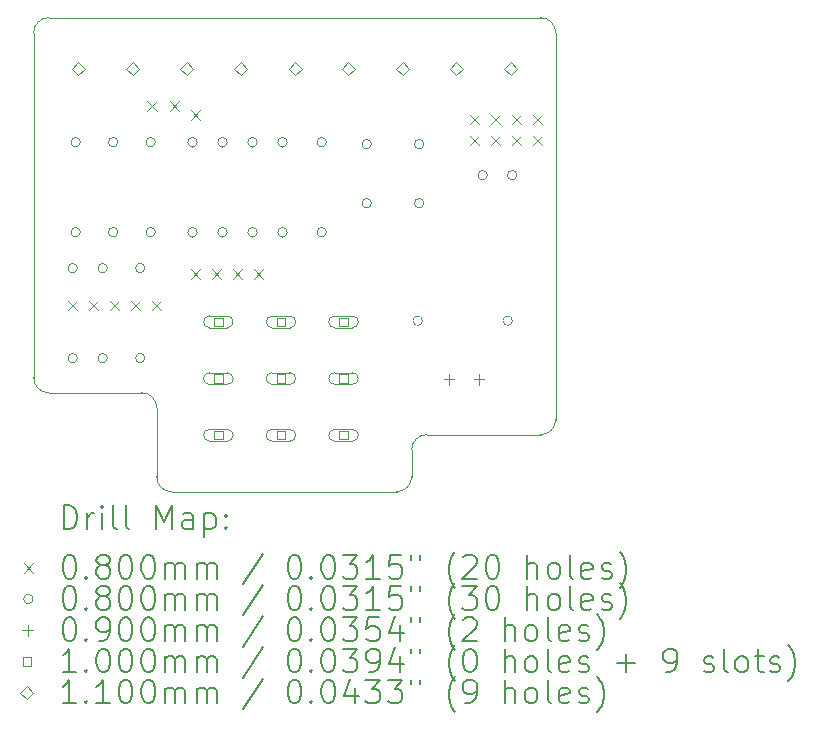
<source format=gbr>
%TF.GenerationSoftware,KiCad,Pcbnew,7.0.9*%
%TF.CreationDate,2023-11-29T23:55:18+08:00*%
%TF.ProjectId,ohmify-overdrive,6f686d69-6679-42d6-9f76-657264726976,rev?*%
%TF.SameCoordinates,Original*%
%TF.FileFunction,Drillmap*%
%TF.FilePolarity,Positive*%
%FSLAX45Y45*%
G04 Gerber Fmt 4.5, Leading zero omitted, Abs format (unit mm)*
G04 Created by KiCad (PCBNEW 7.0.9) date 2023-11-29 23:55:18*
%MOMM*%
%LPD*%
G01*
G04 APERTURE LIST*
%ADD10C,0.100000*%
%ADD11C,0.200000*%
%ADD12C,0.110000*%
G04 APERTURE END LIST*
D10*
X16764000Y-13970000D02*
X16764000Y-13741400D01*
X14605000Y-13385800D02*
G75*
G03*
X14478000Y-13258800I-127000J0D01*
G01*
X13563600Y-13131800D02*
G75*
G03*
X13690600Y-13258800I127000J0D01*
G01*
X17983200Y-10210800D02*
X17983200Y-13487400D01*
X13690600Y-10083800D02*
X17856200Y-10083800D01*
X16891000Y-13614400D02*
X17856200Y-13614400D01*
X13690600Y-10083800D02*
G75*
G03*
X13563600Y-10210800I0J-127000D01*
G01*
X17856200Y-13614400D02*
G75*
G03*
X17983200Y-13487400I0J127000D01*
G01*
X17983200Y-10210800D02*
G75*
G03*
X17856200Y-10083800I-127000J0D01*
G01*
X16637000Y-14097000D02*
X14732000Y-14097000D01*
X13690600Y-13258800D02*
X14478000Y-13258800D01*
X16637000Y-14097000D02*
G75*
G03*
X16764000Y-13970000I0J127000D01*
G01*
X14605000Y-13970000D02*
G75*
G03*
X14732000Y-14097000I127000J0D01*
G01*
X13563600Y-13131800D02*
X13563600Y-10210800D01*
X14605000Y-13385800D02*
X14605000Y-13970000D01*
X16891000Y-13614400D02*
G75*
G03*
X16764000Y-13741400I0J-127000D01*
G01*
D11*
D10*
X13853800Y-12482200D02*
X13933800Y-12562200D01*
X13933800Y-12482200D02*
X13853800Y-12562200D01*
X14031600Y-12482200D02*
X14111600Y-12562200D01*
X14111600Y-12482200D02*
X14031600Y-12562200D01*
X14209400Y-12482200D02*
X14289400Y-12562200D01*
X14289400Y-12482200D02*
X14209400Y-12562200D01*
X14387200Y-12482200D02*
X14467200Y-12562200D01*
X14467200Y-12482200D02*
X14387200Y-12562200D01*
X14526900Y-10793100D02*
X14606900Y-10873100D01*
X14606900Y-10793100D02*
X14526900Y-10873100D01*
X14565000Y-12482200D02*
X14645000Y-12562200D01*
X14645000Y-12482200D02*
X14565000Y-12562200D01*
X14717400Y-10793100D02*
X14797400Y-10873100D01*
X14797400Y-10793100D02*
X14717400Y-10873100D01*
X14895200Y-10869300D02*
X14975200Y-10949300D01*
X14975200Y-10869300D02*
X14895200Y-10949300D01*
X14895200Y-12215500D02*
X14975200Y-12295500D01*
X14975200Y-12215500D02*
X14895200Y-12295500D01*
X15073000Y-12215500D02*
X15153000Y-12295500D01*
X15153000Y-12215500D02*
X15073000Y-12295500D01*
X15250800Y-12215500D02*
X15330800Y-12295500D01*
X15330800Y-12215500D02*
X15250800Y-12295500D01*
X15428600Y-12215500D02*
X15508600Y-12295500D01*
X15508600Y-12215500D02*
X15428600Y-12295500D01*
X17257400Y-10907400D02*
X17337400Y-10987400D01*
X17337400Y-10907400D02*
X17257400Y-10987400D01*
X17257400Y-11085200D02*
X17337400Y-11165200D01*
X17337400Y-11085200D02*
X17257400Y-11165200D01*
X17435200Y-10907400D02*
X17515200Y-10987400D01*
X17515200Y-10907400D02*
X17435200Y-10987400D01*
X17435200Y-11085200D02*
X17515200Y-11165200D01*
X17515200Y-11085200D02*
X17435200Y-11165200D01*
X17613000Y-10907400D02*
X17693000Y-10987400D01*
X17693000Y-10907400D02*
X17613000Y-10987400D01*
X17613000Y-11085200D02*
X17693000Y-11165200D01*
X17693000Y-11085200D02*
X17613000Y-11165200D01*
X17790800Y-10907400D02*
X17870800Y-10987400D01*
X17870800Y-10907400D02*
X17790800Y-10987400D01*
X17790800Y-11085200D02*
X17870800Y-11165200D01*
X17870800Y-11085200D02*
X17790800Y-11165200D01*
X13933800Y-12204700D02*
G75*
G03*
X13933800Y-12204700I-40000J0D01*
G01*
X13933800Y-12966700D02*
G75*
G03*
X13933800Y-12966700I-40000J0D01*
G01*
X13959200Y-11137900D02*
G75*
G03*
X13959200Y-11137900I-40000J0D01*
G01*
X13959200Y-11899900D02*
G75*
G03*
X13959200Y-11899900I-40000J0D01*
G01*
X14187800Y-12204700D02*
G75*
G03*
X14187800Y-12204700I-40000J0D01*
G01*
X14187800Y-12966700D02*
G75*
G03*
X14187800Y-12966700I-40000J0D01*
G01*
X14276700Y-11137900D02*
G75*
G03*
X14276700Y-11137900I-40000J0D01*
G01*
X14276700Y-11899900D02*
G75*
G03*
X14276700Y-11899900I-40000J0D01*
G01*
X14506300Y-12203700D02*
G75*
G03*
X14506300Y-12203700I-40000J0D01*
G01*
X14506300Y-12965700D02*
G75*
G03*
X14506300Y-12965700I-40000J0D01*
G01*
X14594200Y-11137900D02*
G75*
G03*
X14594200Y-11137900I-40000J0D01*
G01*
X14594200Y-11899900D02*
G75*
G03*
X14594200Y-11899900I-40000J0D01*
G01*
X14948800Y-11138900D02*
G75*
G03*
X14948800Y-11138900I-40000J0D01*
G01*
X14948800Y-11900900D02*
G75*
G03*
X14948800Y-11900900I-40000J0D01*
G01*
X15202800Y-11138900D02*
G75*
G03*
X15202800Y-11138900I-40000J0D01*
G01*
X15202800Y-11900900D02*
G75*
G03*
X15202800Y-11900900I-40000J0D01*
G01*
X15456800Y-11138900D02*
G75*
G03*
X15456800Y-11138900I-40000J0D01*
G01*
X15456800Y-11900900D02*
G75*
G03*
X15456800Y-11900900I-40000J0D01*
G01*
X15710800Y-11138900D02*
G75*
G03*
X15710800Y-11138900I-40000J0D01*
G01*
X15710800Y-11900900D02*
G75*
G03*
X15710800Y-11900900I-40000J0D01*
G01*
X16042000Y-11137900D02*
G75*
G03*
X16042000Y-11137900I-40000J0D01*
G01*
X16042000Y-11899900D02*
G75*
G03*
X16042000Y-11899900I-40000J0D01*
G01*
X16423000Y-11154600D02*
G75*
G03*
X16423000Y-11154600I-40000J0D01*
G01*
X16423000Y-11654600D02*
G75*
G03*
X16423000Y-11654600I-40000J0D01*
G01*
X16854800Y-12649200D02*
G75*
G03*
X16854800Y-12649200I-40000J0D01*
G01*
X16867500Y-11154600D02*
G75*
G03*
X16867500Y-11154600I-40000J0D01*
G01*
X16867500Y-11654600D02*
G75*
G03*
X16867500Y-11654600I-40000J0D01*
G01*
X17404900Y-11417300D02*
G75*
G03*
X17404900Y-11417300I-40000J0D01*
G01*
X17616800Y-12649200D02*
G75*
G03*
X17616800Y-12649200I-40000J0D01*
G01*
X17654900Y-11417300D02*
G75*
G03*
X17654900Y-11417300I-40000J0D01*
G01*
X17081500Y-13099500D02*
X17081500Y-13189500D01*
X17036500Y-13144500D02*
X17126500Y-13144500D01*
X17335500Y-13099500D02*
X17335500Y-13189500D01*
X17290500Y-13144500D02*
X17380500Y-13144500D01*
X15162556Y-12694456D02*
X15162556Y-12623744D01*
X15091844Y-12623744D01*
X15091844Y-12694456D01*
X15162556Y-12694456D01*
X15052200Y-12709100D02*
X15202200Y-12709100D01*
X15202200Y-12709100D02*
G75*
G03*
X15202200Y-12609100I0J50000D01*
G01*
X15202200Y-12609100D02*
X15052200Y-12609100D01*
X15052200Y-12609100D02*
G75*
G03*
X15052200Y-12709100I0J-50000D01*
G01*
X15162556Y-13174456D02*
X15162556Y-13103744D01*
X15091844Y-13103744D01*
X15091844Y-13174456D01*
X15162556Y-13174456D01*
X15052200Y-13189100D02*
X15202200Y-13189100D01*
X15202200Y-13189100D02*
G75*
G03*
X15202200Y-13089100I0J50000D01*
G01*
X15202200Y-13089100D02*
X15052200Y-13089100D01*
X15052200Y-13089100D02*
G75*
G03*
X15052200Y-13189100I0J-50000D01*
G01*
X15162556Y-13654456D02*
X15162556Y-13583744D01*
X15091844Y-13583744D01*
X15091844Y-13654456D01*
X15162556Y-13654456D01*
X15052200Y-13669100D02*
X15202200Y-13669100D01*
X15202200Y-13669100D02*
G75*
G03*
X15202200Y-13569100I0J50000D01*
G01*
X15202200Y-13569100D02*
X15052200Y-13569100D01*
X15052200Y-13569100D02*
G75*
G03*
X15052200Y-13669100I0J-50000D01*
G01*
X15692556Y-12694456D02*
X15692556Y-12623744D01*
X15621844Y-12623744D01*
X15621844Y-12694456D01*
X15692556Y-12694456D01*
X15582200Y-12709100D02*
X15732200Y-12709100D01*
X15732200Y-12709100D02*
G75*
G03*
X15732200Y-12609100I0J50000D01*
G01*
X15732200Y-12609100D02*
X15582200Y-12609100D01*
X15582200Y-12609100D02*
G75*
G03*
X15582200Y-12709100I0J-50000D01*
G01*
X15692556Y-13174456D02*
X15692556Y-13103744D01*
X15621844Y-13103744D01*
X15621844Y-13174456D01*
X15692556Y-13174456D01*
X15582200Y-13189100D02*
X15732200Y-13189100D01*
X15732200Y-13189100D02*
G75*
G03*
X15732200Y-13089100I0J50000D01*
G01*
X15732200Y-13089100D02*
X15582200Y-13089100D01*
X15582200Y-13089100D02*
G75*
G03*
X15582200Y-13189100I0J-50000D01*
G01*
X15692556Y-13654456D02*
X15692556Y-13583744D01*
X15621844Y-13583744D01*
X15621844Y-13654456D01*
X15692556Y-13654456D01*
X15582200Y-13669100D02*
X15732200Y-13669100D01*
X15732200Y-13669100D02*
G75*
G03*
X15732200Y-13569100I0J50000D01*
G01*
X15732200Y-13569100D02*
X15582200Y-13569100D01*
X15582200Y-13569100D02*
G75*
G03*
X15582200Y-13669100I0J-50000D01*
G01*
X16222556Y-12694456D02*
X16222556Y-12623744D01*
X16151844Y-12623744D01*
X16151844Y-12694456D01*
X16222556Y-12694456D01*
X16112200Y-12709100D02*
X16262200Y-12709100D01*
X16262200Y-12709100D02*
G75*
G03*
X16262200Y-12609100I0J50000D01*
G01*
X16262200Y-12609100D02*
X16112200Y-12609100D01*
X16112200Y-12609100D02*
G75*
G03*
X16112200Y-12709100I0J-50000D01*
G01*
X16222556Y-13174456D02*
X16222556Y-13103744D01*
X16151844Y-13103744D01*
X16151844Y-13174456D01*
X16222556Y-13174456D01*
X16112200Y-13189100D02*
X16262200Y-13189100D01*
X16262200Y-13189100D02*
G75*
G03*
X16262200Y-13089100I0J50000D01*
G01*
X16262200Y-13089100D02*
X16112200Y-13089100D01*
X16112200Y-13089100D02*
G75*
G03*
X16112200Y-13189100I0J-50000D01*
G01*
X16222556Y-13654456D02*
X16222556Y-13583744D01*
X16151844Y-13583744D01*
X16151844Y-13654456D01*
X16222556Y-13654456D01*
X16112200Y-13669100D02*
X16262200Y-13669100D01*
X16262200Y-13669100D02*
G75*
G03*
X16262200Y-13569100I0J50000D01*
G01*
X16262200Y-13569100D02*
X16112200Y-13569100D01*
X16112200Y-13569100D02*
G75*
G03*
X16112200Y-13669100I0J-50000D01*
G01*
D12*
X13941800Y-10570600D02*
X13996800Y-10515600D01*
X13941800Y-10460600D01*
X13886800Y-10515600D01*
X13941800Y-10570600D01*
X14401800Y-10570600D02*
X14456800Y-10515600D01*
X14401800Y-10460600D01*
X14346800Y-10515600D01*
X14401800Y-10570600D01*
X14859000Y-10570600D02*
X14914000Y-10515600D01*
X14859000Y-10460600D01*
X14804000Y-10515600D01*
X14859000Y-10570600D01*
X15319000Y-10570600D02*
X15374000Y-10515600D01*
X15319000Y-10460600D01*
X15264000Y-10515600D01*
X15319000Y-10570600D01*
X15779000Y-10570600D02*
X15834000Y-10515600D01*
X15779000Y-10460600D01*
X15724000Y-10515600D01*
X15779000Y-10570600D01*
X16229200Y-10570600D02*
X16284200Y-10515600D01*
X16229200Y-10460600D01*
X16174200Y-10515600D01*
X16229200Y-10570600D01*
X16689200Y-10570600D02*
X16744200Y-10515600D01*
X16689200Y-10460600D01*
X16634200Y-10515600D01*
X16689200Y-10570600D01*
X17143600Y-10570600D02*
X17198600Y-10515600D01*
X17143600Y-10460600D01*
X17088600Y-10515600D01*
X17143600Y-10570600D01*
X17603600Y-10570600D02*
X17658600Y-10515600D01*
X17603600Y-10460600D01*
X17548600Y-10515600D01*
X17603600Y-10570600D01*
D11*
X13819377Y-14413484D02*
X13819377Y-14213484D01*
X13819377Y-14213484D02*
X13866996Y-14213484D01*
X13866996Y-14213484D02*
X13895567Y-14223008D01*
X13895567Y-14223008D02*
X13914615Y-14242055D01*
X13914615Y-14242055D02*
X13924139Y-14261103D01*
X13924139Y-14261103D02*
X13933662Y-14299198D01*
X13933662Y-14299198D02*
X13933662Y-14327769D01*
X13933662Y-14327769D02*
X13924139Y-14365865D01*
X13924139Y-14365865D02*
X13914615Y-14384912D01*
X13914615Y-14384912D02*
X13895567Y-14403960D01*
X13895567Y-14403960D02*
X13866996Y-14413484D01*
X13866996Y-14413484D02*
X13819377Y-14413484D01*
X14019377Y-14413484D02*
X14019377Y-14280150D01*
X14019377Y-14318246D02*
X14028901Y-14299198D01*
X14028901Y-14299198D02*
X14038424Y-14289674D01*
X14038424Y-14289674D02*
X14057472Y-14280150D01*
X14057472Y-14280150D02*
X14076520Y-14280150D01*
X14143186Y-14413484D02*
X14143186Y-14280150D01*
X14143186Y-14213484D02*
X14133662Y-14223008D01*
X14133662Y-14223008D02*
X14143186Y-14232531D01*
X14143186Y-14232531D02*
X14152710Y-14223008D01*
X14152710Y-14223008D02*
X14143186Y-14213484D01*
X14143186Y-14213484D02*
X14143186Y-14232531D01*
X14266996Y-14413484D02*
X14247948Y-14403960D01*
X14247948Y-14403960D02*
X14238424Y-14384912D01*
X14238424Y-14384912D02*
X14238424Y-14213484D01*
X14371758Y-14413484D02*
X14352710Y-14403960D01*
X14352710Y-14403960D02*
X14343186Y-14384912D01*
X14343186Y-14384912D02*
X14343186Y-14213484D01*
X14600329Y-14413484D02*
X14600329Y-14213484D01*
X14600329Y-14213484D02*
X14666996Y-14356341D01*
X14666996Y-14356341D02*
X14733662Y-14213484D01*
X14733662Y-14213484D02*
X14733662Y-14413484D01*
X14914615Y-14413484D02*
X14914615Y-14308722D01*
X14914615Y-14308722D02*
X14905091Y-14289674D01*
X14905091Y-14289674D02*
X14886043Y-14280150D01*
X14886043Y-14280150D02*
X14847948Y-14280150D01*
X14847948Y-14280150D02*
X14828901Y-14289674D01*
X14914615Y-14403960D02*
X14895567Y-14413484D01*
X14895567Y-14413484D02*
X14847948Y-14413484D01*
X14847948Y-14413484D02*
X14828901Y-14403960D01*
X14828901Y-14403960D02*
X14819377Y-14384912D01*
X14819377Y-14384912D02*
X14819377Y-14365865D01*
X14819377Y-14365865D02*
X14828901Y-14346817D01*
X14828901Y-14346817D02*
X14847948Y-14337293D01*
X14847948Y-14337293D02*
X14895567Y-14337293D01*
X14895567Y-14337293D02*
X14914615Y-14327769D01*
X15009853Y-14280150D02*
X15009853Y-14480150D01*
X15009853Y-14289674D02*
X15028901Y-14280150D01*
X15028901Y-14280150D02*
X15066996Y-14280150D01*
X15066996Y-14280150D02*
X15086043Y-14289674D01*
X15086043Y-14289674D02*
X15095567Y-14299198D01*
X15095567Y-14299198D02*
X15105091Y-14318246D01*
X15105091Y-14318246D02*
X15105091Y-14375388D01*
X15105091Y-14375388D02*
X15095567Y-14394436D01*
X15095567Y-14394436D02*
X15086043Y-14403960D01*
X15086043Y-14403960D02*
X15066996Y-14413484D01*
X15066996Y-14413484D02*
X15028901Y-14413484D01*
X15028901Y-14413484D02*
X15009853Y-14403960D01*
X15190805Y-14394436D02*
X15200329Y-14403960D01*
X15200329Y-14403960D02*
X15190805Y-14413484D01*
X15190805Y-14413484D02*
X15181282Y-14403960D01*
X15181282Y-14403960D02*
X15190805Y-14394436D01*
X15190805Y-14394436D02*
X15190805Y-14413484D01*
X15190805Y-14289674D02*
X15200329Y-14299198D01*
X15200329Y-14299198D02*
X15190805Y-14308722D01*
X15190805Y-14308722D02*
X15181282Y-14299198D01*
X15181282Y-14299198D02*
X15190805Y-14289674D01*
X15190805Y-14289674D02*
X15190805Y-14308722D01*
D10*
X13478600Y-14702000D02*
X13558600Y-14782000D01*
X13558600Y-14702000D02*
X13478600Y-14782000D01*
D11*
X13857472Y-14633484D02*
X13876520Y-14633484D01*
X13876520Y-14633484D02*
X13895567Y-14643008D01*
X13895567Y-14643008D02*
X13905091Y-14652531D01*
X13905091Y-14652531D02*
X13914615Y-14671579D01*
X13914615Y-14671579D02*
X13924139Y-14709674D01*
X13924139Y-14709674D02*
X13924139Y-14757293D01*
X13924139Y-14757293D02*
X13914615Y-14795388D01*
X13914615Y-14795388D02*
X13905091Y-14814436D01*
X13905091Y-14814436D02*
X13895567Y-14823960D01*
X13895567Y-14823960D02*
X13876520Y-14833484D01*
X13876520Y-14833484D02*
X13857472Y-14833484D01*
X13857472Y-14833484D02*
X13838424Y-14823960D01*
X13838424Y-14823960D02*
X13828901Y-14814436D01*
X13828901Y-14814436D02*
X13819377Y-14795388D01*
X13819377Y-14795388D02*
X13809853Y-14757293D01*
X13809853Y-14757293D02*
X13809853Y-14709674D01*
X13809853Y-14709674D02*
X13819377Y-14671579D01*
X13819377Y-14671579D02*
X13828901Y-14652531D01*
X13828901Y-14652531D02*
X13838424Y-14643008D01*
X13838424Y-14643008D02*
X13857472Y-14633484D01*
X14009853Y-14814436D02*
X14019377Y-14823960D01*
X14019377Y-14823960D02*
X14009853Y-14833484D01*
X14009853Y-14833484D02*
X14000329Y-14823960D01*
X14000329Y-14823960D02*
X14009853Y-14814436D01*
X14009853Y-14814436D02*
X14009853Y-14833484D01*
X14133662Y-14719198D02*
X14114615Y-14709674D01*
X14114615Y-14709674D02*
X14105091Y-14700150D01*
X14105091Y-14700150D02*
X14095567Y-14681103D01*
X14095567Y-14681103D02*
X14095567Y-14671579D01*
X14095567Y-14671579D02*
X14105091Y-14652531D01*
X14105091Y-14652531D02*
X14114615Y-14643008D01*
X14114615Y-14643008D02*
X14133662Y-14633484D01*
X14133662Y-14633484D02*
X14171758Y-14633484D01*
X14171758Y-14633484D02*
X14190805Y-14643008D01*
X14190805Y-14643008D02*
X14200329Y-14652531D01*
X14200329Y-14652531D02*
X14209853Y-14671579D01*
X14209853Y-14671579D02*
X14209853Y-14681103D01*
X14209853Y-14681103D02*
X14200329Y-14700150D01*
X14200329Y-14700150D02*
X14190805Y-14709674D01*
X14190805Y-14709674D02*
X14171758Y-14719198D01*
X14171758Y-14719198D02*
X14133662Y-14719198D01*
X14133662Y-14719198D02*
X14114615Y-14728722D01*
X14114615Y-14728722D02*
X14105091Y-14738246D01*
X14105091Y-14738246D02*
X14095567Y-14757293D01*
X14095567Y-14757293D02*
X14095567Y-14795388D01*
X14095567Y-14795388D02*
X14105091Y-14814436D01*
X14105091Y-14814436D02*
X14114615Y-14823960D01*
X14114615Y-14823960D02*
X14133662Y-14833484D01*
X14133662Y-14833484D02*
X14171758Y-14833484D01*
X14171758Y-14833484D02*
X14190805Y-14823960D01*
X14190805Y-14823960D02*
X14200329Y-14814436D01*
X14200329Y-14814436D02*
X14209853Y-14795388D01*
X14209853Y-14795388D02*
X14209853Y-14757293D01*
X14209853Y-14757293D02*
X14200329Y-14738246D01*
X14200329Y-14738246D02*
X14190805Y-14728722D01*
X14190805Y-14728722D02*
X14171758Y-14719198D01*
X14333662Y-14633484D02*
X14352710Y-14633484D01*
X14352710Y-14633484D02*
X14371758Y-14643008D01*
X14371758Y-14643008D02*
X14381282Y-14652531D01*
X14381282Y-14652531D02*
X14390805Y-14671579D01*
X14390805Y-14671579D02*
X14400329Y-14709674D01*
X14400329Y-14709674D02*
X14400329Y-14757293D01*
X14400329Y-14757293D02*
X14390805Y-14795388D01*
X14390805Y-14795388D02*
X14381282Y-14814436D01*
X14381282Y-14814436D02*
X14371758Y-14823960D01*
X14371758Y-14823960D02*
X14352710Y-14833484D01*
X14352710Y-14833484D02*
X14333662Y-14833484D01*
X14333662Y-14833484D02*
X14314615Y-14823960D01*
X14314615Y-14823960D02*
X14305091Y-14814436D01*
X14305091Y-14814436D02*
X14295567Y-14795388D01*
X14295567Y-14795388D02*
X14286043Y-14757293D01*
X14286043Y-14757293D02*
X14286043Y-14709674D01*
X14286043Y-14709674D02*
X14295567Y-14671579D01*
X14295567Y-14671579D02*
X14305091Y-14652531D01*
X14305091Y-14652531D02*
X14314615Y-14643008D01*
X14314615Y-14643008D02*
X14333662Y-14633484D01*
X14524139Y-14633484D02*
X14543186Y-14633484D01*
X14543186Y-14633484D02*
X14562234Y-14643008D01*
X14562234Y-14643008D02*
X14571758Y-14652531D01*
X14571758Y-14652531D02*
X14581282Y-14671579D01*
X14581282Y-14671579D02*
X14590805Y-14709674D01*
X14590805Y-14709674D02*
X14590805Y-14757293D01*
X14590805Y-14757293D02*
X14581282Y-14795388D01*
X14581282Y-14795388D02*
X14571758Y-14814436D01*
X14571758Y-14814436D02*
X14562234Y-14823960D01*
X14562234Y-14823960D02*
X14543186Y-14833484D01*
X14543186Y-14833484D02*
X14524139Y-14833484D01*
X14524139Y-14833484D02*
X14505091Y-14823960D01*
X14505091Y-14823960D02*
X14495567Y-14814436D01*
X14495567Y-14814436D02*
X14486043Y-14795388D01*
X14486043Y-14795388D02*
X14476520Y-14757293D01*
X14476520Y-14757293D02*
X14476520Y-14709674D01*
X14476520Y-14709674D02*
X14486043Y-14671579D01*
X14486043Y-14671579D02*
X14495567Y-14652531D01*
X14495567Y-14652531D02*
X14505091Y-14643008D01*
X14505091Y-14643008D02*
X14524139Y-14633484D01*
X14676520Y-14833484D02*
X14676520Y-14700150D01*
X14676520Y-14719198D02*
X14686043Y-14709674D01*
X14686043Y-14709674D02*
X14705091Y-14700150D01*
X14705091Y-14700150D02*
X14733663Y-14700150D01*
X14733663Y-14700150D02*
X14752710Y-14709674D01*
X14752710Y-14709674D02*
X14762234Y-14728722D01*
X14762234Y-14728722D02*
X14762234Y-14833484D01*
X14762234Y-14728722D02*
X14771758Y-14709674D01*
X14771758Y-14709674D02*
X14790805Y-14700150D01*
X14790805Y-14700150D02*
X14819377Y-14700150D01*
X14819377Y-14700150D02*
X14838424Y-14709674D01*
X14838424Y-14709674D02*
X14847948Y-14728722D01*
X14847948Y-14728722D02*
X14847948Y-14833484D01*
X14943186Y-14833484D02*
X14943186Y-14700150D01*
X14943186Y-14719198D02*
X14952710Y-14709674D01*
X14952710Y-14709674D02*
X14971758Y-14700150D01*
X14971758Y-14700150D02*
X15000329Y-14700150D01*
X15000329Y-14700150D02*
X15019377Y-14709674D01*
X15019377Y-14709674D02*
X15028901Y-14728722D01*
X15028901Y-14728722D02*
X15028901Y-14833484D01*
X15028901Y-14728722D02*
X15038424Y-14709674D01*
X15038424Y-14709674D02*
X15057472Y-14700150D01*
X15057472Y-14700150D02*
X15086043Y-14700150D01*
X15086043Y-14700150D02*
X15105091Y-14709674D01*
X15105091Y-14709674D02*
X15114615Y-14728722D01*
X15114615Y-14728722D02*
X15114615Y-14833484D01*
X15505091Y-14623960D02*
X15333663Y-14881103D01*
X15762234Y-14633484D02*
X15781282Y-14633484D01*
X15781282Y-14633484D02*
X15800329Y-14643008D01*
X15800329Y-14643008D02*
X15809853Y-14652531D01*
X15809853Y-14652531D02*
X15819377Y-14671579D01*
X15819377Y-14671579D02*
X15828901Y-14709674D01*
X15828901Y-14709674D02*
X15828901Y-14757293D01*
X15828901Y-14757293D02*
X15819377Y-14795388D01*
X15819377Y-14795388D02*
X15809853Y-14814436D01*
X15809853Y-14814436D02*
X15800329Y-14823960D01*
X15800329Y-14823960D02*
X15781282Y-14833484D01*
X15781282Y-14833484D02*
X15762234Y-14833484D01*
X15762234Y-14833484D02*
X15743186Y-14823960D01*
X15743186Y-14823960D02*
X15733663Y-14814436D01*
X15733663Y-14814436D02*
X15724139Y-14795388D01*
X15724139Y-14795388D02*
X15714615Y-14757293D01*
X15714615Y-14757293D02*
X15714615Y-14709674D01*
X15714615Y-14709674D02*
X15724139Y-14671579D01*
X15724139Y-14671579D02*
X15733663Y-14652531D01*
X15733663Y-14652531D02*
X15743186Y-14643008D01*
X15743186Y-14643008D02*
X15762234Y-14633484D01*
X15914615Y-14814436D02*
X15924139Y-14823960D01*
X15924139Y-14823960D02*
X15914615Y-14833484D01*
X15914615Y-14833484D02*
X15905091Y-14823960D01*
X15905091Y-14823960D02*
X15914615Y-14814436D01*
X15914615Y-14814436D02*
X15914615Y-14833484D01*
X16047948Y-14633484D02*
X16066996Y-14633484D01*
X16066996Y-14633484D02*
X16086044Y-14643008D01*
X16086044Y-14643008D02*
X16095567Y-14652531D01*
X16095567Y-14652531D02*
X16105091Y-14671579D01*
X16105091Y-14671579D02*
X16114615Y-14709674D01*
X16114615Y-14709674D02*
X16114615Y-14757293D01*
X16114615Y-14757293D02*
X16105091Y-14795388D01*
X16105091Y-14795388D02*
X16095567Y-14814436D01*
X16095567Y-14814436D02*
X16086044Y-14823960D01*
X16086044Y-14823960D02*
X16066996Y-14833484D01*
X16066996Y-14833484D02*
X16047948Y-14833484D01*
X16047948Y-14833484D02*
X16028901Y-14823960D01*
X16028901Y-14823960D02*
X16019377Y-14814436D01*
X16019377Y-14814436D02*
X16009853Y-14795388D01*
X16009853Y-14795388D02*
X16000329Y-14757293D01*
X16000329Y-14757293D02*
X16000329Y-14709674D01*
X16000329Y-14709674D02*
X16009853Y-14671579D01*
X16009853Y-14671579D02*
X16019377Y-14652531D01*
X16019377Y-14652531D02*
X16028901Y-14643008D01*
X16028901Y-14643008D02*
X16047948Y-14633484D01*
X16181282Y-14633484D02*
X16305091Y-14633484D01*
X16305091Y-14633484D02*
X16238425Y-14709674D01*
X16238425Y-14709674D02*
X16266996Y-14709674D01*
X16266996Y-14709674D02*
X16286044Y-14719198D01*
X16286044Y-14719198D02*
X16295567Y-14728722D01*
X16295567Y-14728722D02*
X16305091Y-14747769D01*
X16305091Y-14747769D02*
X16305091Y-14795388D01*
X16305091Y-14795388D02*
X16295567Y-14814436D01*
X16295567Y-14814436D02*
X16286044Y-14823960D01*
X16286044Y-14823960D02*
X16266996Y-14833484D01*
X16266996Y-14833484D02*
X16209853Y-14833484D01*
X16209853Y-14833484D02*
X16190806Y-14823960D01*
X16190806Y-14823960D02*
X16181282Y-14814436D01*
X16495567Y-14833484D02*
X16381282Y-14833484D01*
X16438425Y-14833484D02*
X16438425Y-14633484D01*
X16438425Y-14633484D02*
X16419377Y-14662055D01*
X16419377Y-14662055D02*
X16400329Y-14681103D01*
X16400329Y-14681103D02*
X16381282Y-14690627D01*
X16676520Y-14633484D02*
X16581282Y-14633484D01*
X16581282Y-14633484D02*
X16571758Y-14728722D01*
X16571758Y-14728722D02*
X16581282Y-14719198D01*
X16581282Y-14719198D02*
X16600329Y-14709674D01*
X16600329Y-14709674D02*
X16647948Y-14709674D01*
X16647948Y-14709674D02*
X16666996Y-14719198D01*
X16666996Y-14719198D02*
X16676520Y-14728722D01*
X16676520Y-14728722D02*
X16686044Y-14747769D01*
X16686044Y-14747769D02*
X16686044Y-14795388D01*
X16686044Y-14795388D02*
X16676520Y-14814436D01*
X16676520Y-14814436D02*
X16666996Y-14823960D01*
X16666996Y-14823960D02*
X16647948Y-14833484D01*
X16647948Y-14833484D02*
X16600329Y-14833484D01*
X16600329Y-14833484D02*
X16581282Y-14823960D01*
X16581282Y-14823960D02*
X16571758Y-14814436D01*
X16762234Y-14633484D02*
X16762234Y-14671579D01*
X16838425Y-14633484D02*
X16838425Y-14671579D01*
X17133663Y-14909674D02*
X17124139Y-14900150D01*
X17124139Y-14900150D02*
X17105091Y-14871579D01*
X17105091Y-14871579D02*
X17095568Y-14852531D01*
X17095568Y-14852531D02*
X17086044Y-14823960D01*
X17086044Y-14823960D02*
X17076520Y-14776341D01*
X17076520Y-14776341D02*
X17076520Y-14738246D01*
X17076520Y-14738246D02*
X17086044Y-14690627D01*
X17086044Y-14690627D02*
X17095568Y-14662055D01*
X17095568Y-14662055D02*
X17105091Y-14643008D01*
X17105091Y-14643008D02*
X17124139Y-14614436D01*
X17124139Y-14614436D02*
X17133663Y-14604912D01*
X17200330Y-14652531D02*
X17209853Y-14643008D01*
X17209853Y-14643008D02*
X17228901Y-14633484D01*
X17228901Y-14633484D02*
X17276520Y-14633484D01*
X17276520Y-14633484D02*
X17295568Y-14643008D01*
X17295568Y-14643008D02*
X17305091Y-14652531D01*
X17305091Y-14652531D02*
X17314615Y-14671579D01*
X17314615Y-14671579D02*
X17314615Y-14690627D01*
X17314615Y-14690627D02*
X17305091Y-14719198D01*
X17305091Y-14719198D02*
X17190806Y-14833484D01*
X17190806Y-14833484D02*
X17314615Y-14833484D01*
X17438425Y-14633484D02*
X17457472Y-14633484D01*
X17457472Y-14633484D02*
X17476520Y-14643008D01*
X17476520Y-14643008D02*
X17486044Y-14652531D01*
X17486044Y-14652531D02*
X17495568Y-14671579D01*
X17495568Y-14671579D02*
X17505091Y-14709674D01*
X17505091Y-14709674D02*
X17505091Y-14757293D01*
X17505091Y-14757293D02*
X17495568Y-14795388D01*
X17495568Y-14795388D02*
X17486044Y-14814436D01*
X17486044Y-14814436D02*
X17476520Y-14823960D01*
X17476520Y-14823960D02*
X17457472Y-14833484D01*
X17457472Y-14833484D02*
X17438425Y-14833484D01*
X17438425Y-14833484D02*
X17419377Y-14823960D01*
X17419377Y-14823960D02*
X17409853Y-14814436D01*
X17409853Y-14814436D02*
X17400330Y-14795388D01*
X17400330Y-14795388D02*
X17390806Y-14757293D01*
X17390806Y-14757293D02*
X17390806Y-14709674D01*
X17390806Y-14709674D02*
X17400330Y-14671579D01*
X17400330Y-14671579D02*
X17409853Y-14652531D01*
X17409853Y-14652531D02*
X17419377Y-14643008D01*
X17419377Y-14643008D02*
X17438425Y-14633484D01*
X17743187Y-14833484D02*
X17743187Y-14633484D01*
X17828901Y-14833484D02*
X17828901Y-14728722D01*
X17828901Y-14728722D02*
X17819377Y-14709674D01*
X17819377Y-14709674D02*
X17800330Y-14700150D01*
X17800330Y-14700150D02*
X17771758Y-14700150D01*
X17771758Y-14700150D02*
X17752711Y-14709674D01*
X17752711Y-14709674D02*
X17743187Y-14719198D01*
X17952711Y-14833484D02*
X17933663Y-14823960D01*
X17933663Y-14823960D02*
X17924139Y-14814436D01*
X17924139Y-14814436D02*
X17914615Y-14795388D01*
X17914615Y-14795388D02*
X17914615Y-14738246D01*
X17914615Y-14738246D02*
X17924139Y-14719198D01*
X17924139Y-14719198D02*
X17933663Y-14709674D01*
X17933663Y-14709674D02*
X17952711Y-14700150D01*
X17952711Y-14700150D02*
X17981282Y-14700150D01*
X17981282Y-14700150D02*
X18000330Y-14709674D01*
X18000330Y-14709674D02*
X18009853Y-14719198D01*
X18009853Y-14719198D02*
X18019377Y-14738246D01*
X18019377Y-14738246D02*
X18019377Y-14795388D01*
X18019377Y-14795388D02*
X18009853Y-14814436D01*
X18009853Y-14814436D02*
X18000330Y-14823960D01*
X18000330Y-14823960D02*
X17981282Y-14833484D01*
X17981282Y-14833484D02*
X17952711Y-14833484D01*
X18133663Y-14833484D02*
X18114615Y-14823960D01*
X18114615Y-14823960D02*
X18105092Y-14804912D01*
X18105092Y-14804912D02*
X18105092Y-14633484D01*
X18286044Y-14823960D02*
X18266996Y-14833484D01*
X18266996Y-14833484D02*
X18228901Y-14833484D01*
X18228901Y-14833484D02*
X18209853Y-14823960D01*
X18209853Y-14823960D02*
X18200330Y-14804912D01*
X18200330Y-14804912D02*
X18200330Y-14728722D01*
X18200330Y-14728722D02*
X18209853Y-14709674D01*
X18209853Y-14709674D02*
X18228901Y-14700150D01*
X18228901Y-14700150D02*
X18266996Y-14700150D01*
X18266996Y-14700150D02*
X18286044Y-14709674D01*
X18286044Y-14709674D02*
X18295568Y-14728722D01*
X18295568Y-14728722D02*
X18295568Y-14747769D01*
X18295568Y-14747769D02*
X18200330Y-14766817D01*
X18371758Y-14823960D02*
X18390806Y-14833484D01*
X18390806Y-14833484D02*
X18428901Y-14833484D01*
X18428901Y-14833484D02*
X18447949Y-14823960D01*
X18447949Y-14823960D02*
X18457473Y-14804912D01*
X18457473Y-14804912D02*
X18457473Y-14795388D01*
X18457473Y-14795388D02*
X18447949Y-14776341D01*
X18447949Y-14776341D02*
X18428901Y-14766817D01*
X18428901Y-14766817D02*
X18400330Y-14766817D01*
X18400330Y-14766817D02*
X18381282Y-14757293D01*
X18381282Y-14757293D02*
X18371758Y-14738246D01*
X18371758Y-14738246D02*
X18371758Y-14728722D01*
X18371758Y-14728722D02*
X18381282Y-14709674D01*
X18381282Y-14709674D02*
X18400330Y-14700150D01*
X18400330Y-14700150D02*
X18428901Y-14700150D01*
X18428901Y-14700150D02*
X18447949Y-14709674D01*
X18524139Y-14909674D02*
X18533663Y-14900150D01*
X18533663Y-14900150D02*
X18552711Y-14871579D01*
X18552711Y-14871579D02*
X18562234Y-14852531D01*
X18562234Y-14852531D02*
X18571758Y-14823960D01*
X18571758Y-14823960D02*
X18581282Y-14776341D01*
X18581282Y-14776341D02*
X18581282Y-14738246D01*
X18581282Y-14738246D02*
X18571758Y-14690627D01*
X18571758Y-14690627D02*
X18562234Y-14662055D01*
X18562234Y-14662055D02*
X18552711Y-14643008D01*
X18552711Y-14643008D02*
X18533663Y-14614436D01*
X18533663Y-14614436D02*
X18524139Y-14604912D01*
D10*
X13558600Y-15006000D02*
G75*
G03*
X13558600Y-15006000I-40000J0D01*
G01*
D11*
X13857472Y-14897484D02*
X13876520Y-14897484D01*
X13876520Y-14897484D02*
X13895567Y-14907008D01*
X13895567Y-14907008D02*
X13905091Y-14916531D01*
X13905091Y-14916531D02*
X13914615Y-14935579D01*
X13914615Y-14935579D02*
X13924139Y-14973674D01*
X13924139Y-14973674D02*
X13924139Y-15021293D01*
X13924139Y-15021293D02*
X13914615Y-15059388D01*
X13914615Y-15059388D02*
X13905091Y-15078436D01*
X13905091Y-15078436D02*
X13895567Y-15087960D01*
X13895567Y-15087960D02*
X13876520Y-15097484D01*
X13876520Y-15097484D02*
X13857472Y-15097484D01*
X13857472Y-15097484D02*
X13838424Y-15087960D01*
X13838424Y-15087960D02*
X13828901Y-15078436D01*
X13828901Y-15078436D02*
X13819377Y-15059388D01*
X13819377Y-15059388D02*
X13809853Y-15021293D01*
X13809853Y-15021293D02*
X13809853Y-14973674D01*
X13809853Y-14973674D02*
X13819377Y-14935579D01*
X13819377Y-14935579D02*
X13828901Y-14916531D01*
X13828901Y-14916531D02*
X13838424Y-14907008D01*
X13838424Y-14907008D02*
X13857472Y-14897484D01*
X14009853Y-15078436D02*
X14019377Y-15087960D01*
X14019377Y-15087960D02*
X14009853Y-15097484D01*
X14009853Y-15097484D02*
X14000329Y-15087960D01*
X14000329Y-15087960D02*
X14009853Y-15078436D01*
X14009853Y-15078436D02*
X14009853Y-15097484D01*
X14133662Y-14983198D02*
X14114615Y-14973674D01*
X14114615Y-14973674D02*
X14105091Y-14964150D01*
X14105091Y-14964150D02*
X14095567Y-14945103D01*
X14095567Y-14945103D02*
X14095567Y-14935579D01*
X14095567Y-14935579D02*
X14105091Y-14916531D01*
X14105091Y-14916531D02*
X14114615Y-14907008D01*
X14114615Y-14907008D02*
X14133662Y-14897484D01*
X14133662Y-14897484D02*
X14171758Y-14897484D01*
X14171758Y-14897484D02*
X14190805Y-14907008D01*
X14190805Y-14907008D02*
X14200329Y-14916531D01*
X14200329Y-14916531D02*
X14209853Y-14935579D01*
X14209853Y-14935579D02*
X14209853Y-14945103D01*
X14209853Y-14945103D02*
X14200329Y-14964150D01*
X14200329Y-14964150D02*
X14190805Y-14973674D01*
X14190805Y-14973674D02*
X14171758Y-14983198D01*
X14171758Y-14983198D02*
X14133662Y-14983198D01*
X14133662Y-14983198D02*
X14114615Y-14992722D01*
X14114615Y-14992722D02*
X14105091Y-15002246D01*
X14105091Y-15002246D02*
X14095567Y-15021293D01*
X14095567Y-15021293D02*
X14095567Y-15059388D01*
X14095567Y-15059388D02*
X14105091Y-15078436D01*
X14105091Y-15078436D02*
X14114615Y-15087960D01*
X14114615Y-15087960D02*
X14133662Y-15097484D01*
X14133662Y-15097484D02*
X14171758Y-15097484D01*
X14171758Y-15097484D02*
X14190805Y-15087960D01*
X14190805Y-15087960D02*
X14200329Y-15078436D01*
X14200329Y-15078436D02*
X14209853Y-15059388D01*
X14209853Y-15059388D02*
X14209853Y-15021293D01*
X14209853Y-15021293D02*
X14200329Y-15002246D01*
X14200329Y-15002246D02*
X14190805Y-14992722D01*
X14190805Y-14992722D02*
X14171758Y-14983198D01*
X14333662Y-14897484D02*
X14352710Y-14897484D01*
X14352710Y-14897484D02*
X14371758Y-14907008D01*
X14371758Y-14907008D02*
X14381282Y-14916531D01*
X14381282Y-14916531D02*
X14390805Y-14935579D01*
X14390805Y-14935579D02*
X14400329Y-14973674D01*
X14400329Y-14973674D02*
X14400329Y-15021293D01*
X14400329Y-15021293D02*
X14390805Y-15059388D01*
X14390805Y-15059388D02*
X14381282Y-15078436D01*
X14381282Y-15078436D02*
X14371758Y-15087960D01*
X14371758Y-15087960D02*
X14352710Y-15097484D01*
X14352710Y-15097484D02*
X14333662Y-15097484D01*
X14333662Y-15097484D02*
X14314615Y-15087960D01*
X14314615Y-15087960D02*
X14305091Y-15078436D01*
X14305091Y-15078436D02*
X14295567Y-15059388D01*
X14295567Y-15059388D02*
X14286043Y-15021293D01*
X14286043Y-15021293D02*
X14286043Y-14973674D01*
X14286043Y-14973674D02*
X14295567Y-14935579D01*
X14295567Y-14935579D02*
X14305091Y-14916531D01*
X14305091Y-14916531D02*
X14314615Y-14907008D01*
X14314615Y-14907008D02*
X14333662Y-14897484D01*
X14524139Y-14897484D02*
X14543186Y-14897484D01*
X14543186Y-14897484D02*
X14562234Y-14907008D01*
X14562234Y-14907008D02*
X14571758Y-14916531D01*
X14571758Y-14916531D02*
X14581282Y-14935579D01*
X14581282Y-14935579D02*
X14590805Y-14973674D01*
X14590805Y-14973674D02*
X14590805Y-15021293D01*
X14590805Y-15021293D02*
X14581282Y-15059388D01*
X14581282Y-15059388D02*
X14571758Y-15078436D01*
X14571758Y-15078436D02*
X14562234Y-15087960D01*
X14562234Y-15087960D02*
X14543186Y-15097484D01*
X14543186Y-15097484D02*
X14524139Y-15097484D01*
X14524139Y-15097484D02*
X14505091Y-15087960D01*
X14505091Y-15087960D02*
X14495567Y-15078436D01*
X14495567Y-15078436D02*
X14486043Y-15059388D01*
X14486043Y-15059388D02*
X14476520Y-15021293D01*
X14476520Y-15021293D02*
X14476520Y-14973674D01*
X14476520Y-14973674D02*
X14486043Y-14935579D01*
X14486043Y-14935579D02*
X14495567Y-14916531D01*
X14495567Y-14916531D02*
X14505091Y-14907008D01*
X14505091Y-14907008D02*
X14524139Y-14897484D01*
X14676520Y-15097484D02*
X14676520Y-14964150D01*
X14676520Y-14983198D02*
X14686043Y-14973674D01*
X14686043Y-14973674D02*
X14705091Y-14964150D01*
X14705091Y-14964150D02*
X14733663Y-14964150D01*
X14733663Y-14964150D02*
X14752710Y-14973674D01*
X14752710Y-14973674D02*
X14762234Y-14992722D01*
X14762234Y-14992722D02*
X14762234Y-15097484D01*
X14762234Y-14992722D02*
X14771758Y-14973674D01*
X14771758Y-14973674D02*
X14790805Y-14964150D01*
X14790805Y-14964150D02*
X14819377Y-14964150D01*
X14819377Y-14964150D02*
X14838424Y-14973674D01*
X14838424Y-14973674D02*
X14847948Y-14992722D01*
X14847948Y-14992722D02*
X14847948Y-15097484D01*
X14943186Y-15097484D02*
X14943186Y-14964150D01*
X14943186Y-14983198D02*
X14952710Y-14973674D01*
X14952710Y-14973674D02*
X14971758Y-14964150D01*
X14971758Y-14964150D02*
X15000329Y-14964150D01*
X15000329Y-14964150D02*
X15019377Y-14973674D01*
X15019377Y-14973674D02*
X15028901Y-14992722D01*
X15028901Y-14992722D02*
X15028901Y-15097484D01*
X15028901Y-14992722D02*
X15038424Y-14973674D01*
X15038424Y-14973674D02*
X15057472Y-14964150D01*
X15057472Y-14964150D02*
X15086043Y-14964150D01*
X15086043Y-14964150D02*
X15105091Y-14973674D01*
X15105091Y-14973674D02*
X15114615Y-14992722D01*
X15114615Y-14992722D02*
X15114615Y-15097484D01*
X15505091Y-14887960D02*
X15333663Y-15145103D01*
X15762234Y-14897484D02*
X15781282Y-14897484D01*
X15781282Y-14897484D02*
X15800329Y-14907008D01*
X15800329Y-14907008D02*
X15809853Y-14916531D01*
X15809853Y-14916531D02*
X15819377Y-14935579D01*
X15819377Y-14935579D02*
X15828901Y-14973674D01*
X15828901Y-14973674D02*
X15828901Y-15021293D01*
X15828901Y-15021293D02*
X15819377Y-15059388D01*
X15819377Y-15059388D02*
X15809853Y-15078436D01*
X15809853Y-15078436D02*
X15800329Y-15087960D01*
X15800329Y-15087960D02*
X15781282Y-15097484D01*
X15781282Y-15097484D02*
X15762234Y-15097484D01*
X15762234Y-15097484D02*
X15743186Y-15087960D01*
X15743186Y-15087960D02*
X15733663Y-15078436D01*
X15733663Y-15078436D02*
X15724139Y-15059388D01*
X15724139Y-15059388D02*
X15714615Y-15021293D01*
X15714615Y-15021293D02*
X15714615Y-14973674D01*
X15714615Y-14973674D02*
X15724139Y-14935579D01*
X15724139Y-14935579D02*
X15733663Y-14916531D01*
X15733663Y-14916531D02*
X15743186Y-14907008D01*
X15743186Y-14907008D02*
X15762234Y-14897484D01*
X15914615Y-15078436D02*
X15924139Y-15087960D01*
X15924139Y-15087960D02*
X15914615Y-15097484D01*
X15914615Y-15097484D02*
X15905091Y-15087960D01*
X15905091Y-15087960D02*
X15914615Y-15078436D01*
X15914615Y-15078436D02*
X15914615Y-15097484D01*
X16047948Y-14897484D02*
X16066996Y-14897484D01*
X16066996Y-14897484D02*
X16086044Y-14907008D01*
X16086044Y-14907008D02*
X16095567Y-14916531D01*
X16095567Y-14916531D02*
X16105091Y-14935579D01*
X16105091Y-14935579D02*
X16114615Y-14973674D01*
X16114615Y-14973674D02*
X16114615Y-15021293D01*
X16114615Y-15021293D02*
X16105091Y-15059388D01*
X16105091Y-15059388D02*
X16095567Y-15078436D01*
X16095567Y-15078436D02*
X16086044Y-15087960D01*
X16086044Y-15087960D02*
X16066996Y-15097484D01*
X16066996Y-15097484D02*
X16047948Y-15097484D01*
X16047948Y-15097484D02*
X16028901Y-15087960D01*
X16028901Y-15087960D02*
X16019377Y-15078436D01*
X16019377Y-15078436D02*
X16009853Y-15059388D01*
X16009853Y-15059388D02*
X16000329Y-15021293D01*
X16000329Y-15021293D02*
X16000329Y-14973674D01*
X16000329Y-14973674D02*
X16009853Y-14935579D01*
X16009853Y-14935579D02*
X16019377Y-14916531D01*
X16019377Y-14916531D02*
X16028901Y-14907008D01*
X16028901Y-14907008D02*
X16047948Y-14897484D01*
X16181282Y-14897484D02*
X16305091Y-14897484D01*
X16305091Y-14897484D02*
X16238425Y-14973674D01*
X16238425Y-14973674D02*
X16266996Y-14973674D01*
X16266996Y-14973674D02*
X16286044Y-14983198D01*
X16286044Y-14983198D02*
X16295567Y-14992722D01*
X16295567Y-14992722D02*
X16305091Y-15011769D01*
X16305091Y-15011769D02*
X16305091Y-15059388D01*
X16305091Y-15059388D02*
X16295567Y-15078436D01*
X16295567Y-15078436D02*
X16286044Y-15087960D01*
X16286044Y-15087960D02*
X16266996Y-15097484D01*
X16266996Y-15097484D02*
X16209853Y-15097484D01*
X16209853Y-15097484D02*
X16190806Y-15087960D01*
X16190806Y-15087960D02*
X16181282Y-15078436D01*
X16495567Y-15097484D02*
X16381282Y-15097484D01*
X16438425Y-15097484D02*
X16438425Y-14897484D01*
X16438425Y-14897484D02*
X16419377Y-14926055D01*
X16419377Y-14926055D02*
X16400329Y-14945103D01*
X16400329Y-14945103D02*
X16381282Y-14954627D01*
X16676520Y-14897484D02*
X16581282Y-14897484D01*
X16581282Y-14897484D02*
X16571758Y-14992722D01*
X16571758Y-14992722D02*
X16581282Y-14983198D01*
X16581282Y-14983198D02*
X16600329Y-14973674D01*
X16600329Y-14973674D02*
X16647948Y-14973674D01*
X16647948Y-14973674D02*
X16666996Y-14983198D01*
X16666996Y-14983198D02*
X16676520Y-14992722D01*
X16676520Y-14992722D02*
X16686044Y-15011769D01*
X16686044Y-15011769D02*
X16686044Y-15059388D01*
X16686044Y-15059388D02*
X16676520Y-15078436D01*
X16676520Y-15078436D02*
X16666996Y-15087960D01*
X16666996Y-15087960D02*
X16647948Y-15097484D01*
X16647948Y-15097484D02*
X16600329Y-15097484D01*
X16600329Y-15097484D02*
X16581282Y-15087960D01*
X16581282Y-15087960D02*
X16571758Y-15078436D01*
X16762234Y-14897484D02*
X16762234Y-14935579D01*
X16838425Y-14897484D02*
X16838425Y-14935579D01*
X17133663Y-15173674D02*
X17124139Y-15164150D01*
X17124139Y-15164150D02*
X17105091Y-15135579D01*
X17105091Y-15135579D02*
X17095568Y-15116531D01*
X17095568Y-15116531D02*
X17086044Y-15087960D01*
X17086044Y-15087960D02*
X17076520Y-15040341D01*
X17076520Y-15040341D02*
X17076520Y-15002246D01*
X17076520Y-15002246D02*
X17086044Y-14954627D01*
X17086044Y-14954627D02*
X17095568Y-14926055D01*
X17095568Y-14926055D02*
X17105091Y-14907008D01*
X17105091Y-14907008D02*
X17124139Y-14878436D01*
X17124139Y-14878436D02*
X17133663Y-14868912D01*
X17190806Y-14897484D02*
X17314615Y-14897484D01*
X17314615Y-14897484D02*
X17247949Y-14973674D01*
X17247949Y-14973674D02*
X17276520Y-14973674D01*
X17276520Y-14973674D02*
X17295568Y-14983198D01*
X17295568Y-14983198D02*
X17305091Y-14992722D01*
X17305091Y-14992722D02*
X17314615Y-15011769D01*
X17314615Y-15011769D02*
X17314615Y-15059388D01*
X17314615Y-15059388D02*
X17305091Y-15078436D01*
X17305091Y-15078436D02*
X17295568Y-15087960D01*
X17295568Y-15087960D02*
X17276520Y-15097484D01*
X17276520Y-15097484D02*
X17219377Y-15097484D01*
X17219377Y-15097484D02*
X17200330Y-15087960D01*
X17200330Y-15087960D02*
X17190806Y-15078436D01*
X17438425Y-14897484D02*
X17457472Y-14897484D01*
X17457472Y-14897484D02*
X17476520Y-14907008D01*
X17476520Y-14907008D02*
X17486044Y-14916531D01*
X17486044Y-14916531D02*
X17495568Y-14935579D01*
X17495568Y-14935579D02*
X17505091Y-14973674D01*
X17505091Y-14973674D02*
X17505091Y-15021293D01*
X17505091Y-15021293D02*
X17495568Y-15059388D01*
X17495568Y-15059388D02*
X17486044Y-15078436D01*
X17486044Y-15078436D02*
X17476520Y-15087960D01*
X17476520Y-15087960D02*
X17457472Y-15097484D01*
X17457472Y-15097484D02*
X17438425Y-15097484D01*
X17438425Y-15097484D02*
X17419377Y-15087960D01*
X17419377Y-15087960D02*
X17409853Y-15078436D01*
X17409853Y-15078436D02*
X17400330Y-15059388D01*
X17400330Y-15059388D02*
X17390806Y-15021293D01*
X17390806Y-15021293D02*
X17390806Y-14973674D01*
X17390806Y-14973674D02*
X17400330Y-14935579D01*
X17400330Y-14935579D02*
X17409853Y-14916531D01*
X17409853Y-14916531D02*
X17419377Y-14907008D01*
X17419377Y-14907008D02*
X17438425Y-14897484D01*
X17743187Y-15097484D02*
X17743187Y-14897484D01*
X17828901Y-15097484D02*
X17828901Y-14992722D01*
X17828901Y-14992722D02*
X17819377Y-14973674D01*
X17819377Y-14973674D02*
X17800330Y-14964150D01*
X17800330Y-14964150D02*
X17771758Y-14964150D01*
X17771758Y-14964150D02*
X17752711Y-14973674D01*
X17752711Y-14973674D02*
X17743187Y-14983198D01*
X17952711Y-15097484D02*
X17933663Y-15087960D01*
X17933663Y-15087960D02*
X17924139Y-15078436D01*
X17924139Y-15078436D02*
X17914615Y-15059388D01*
X17914615Y-15059388D02*
X17914615Y-15002246D01*
X17914615Y-15002246D02*
X17924139Y-14983198D01*
X17924139Y-14983198D02*
X17933663Y-14973674D01*
X17933663Y-14973674D02*
X17952711Y-14964150D01*
X17952711Y-14964150D02*
X17981282Y-14964150D01*
X17981282Y-14964150D02*
X18000330Y-14973674D01*
X18000330Y-14973674D02*
X18009853Y-14983198D01*
X18009853Y-14983198D02*
X18019377Y-15002246D01*
X18019377Y-15002246D02*
X18019377Y-15059388D01*
X18019377Y-15059388D02*
X18009853Y-15078436D01*
X18009853Y-15078436D02*
X18000330Y-15087960D01*
X18000330Y-15087960D02*
X17981282Y-15097484D01*
X17981282Y-15097484D02*
X17952711Y-15097484D01*
X18133663Y-15097484D02*
X18114615Y-15087960D01*
X18114615Y-15087960D02*
X18105092Y-15068912D01*
X18105092Y-15068912D02*
X18105092Y-14897484D01*
X18286044Y-15087960D02*
X18266996Y-15097484D01*
X18266996Y-15097484D02*
X18228901Y-15097484D01*
X18228901Y-15097484D02*
X18209853Y-15087960D01*
X18209853Y-15087960D02*
X18200330Y-15068912D01*
X18200330Y-15068912D02*
X18200330Y-14992722D01*
X18200330Y-14992722D02*
X18209853Y-14973674D01*
X18209853Y-14973674D02*
X18228901Y-14964150D01*
X18228901Y-14964150D02*
X18266996Y-14964150D01*
X18266996Y-14964150D02*
X18286044Y-14973674D01*
X18286044Y-14973674D02*
X18295568Y-14992722D01*
X18295568Y-14992722D02*
X18295568Y-15011769D01*
X18295568Y-15011769D02*
X18200330Y-15030817D01*
X18371758Y-15087960D02*
X18390806Y-15097484D01*
X18390806Y-15097484D02*
X18428901Y-15097484D01*
X18428901Y-15097484D02*
X18447949Y-15087960D01*
X18447949Y-15087960D02*
X18457473Y-15068912D01*
X18457473Y-15068912D02*
X18457473Y-15059388D01*
X18457473Y-15059388D02*
X18447949Y-15040341D01*
X18447949Y-15040341D02*
X18428901Y-15030817D01*
X18428901Y-15030817D02*
X18400330Y-15030817D01*
X18400330Y-15030817D02*
X18381282Y-15021293D01*
X18381282Y-15021293D02*
X18371758Y-15002246D01*
X18371758Y-15002246D02*
X18371758Y-14992722D01*
X18371758Y-14992722D02*
X18381282Y-14973674D01*
X18381282Y-14973674D02*
X18400330Y-14964150D01*
X18400330Y-14964150D02*
X18428901Y-14964150D01*
X18428901Y-14964150D02*
X18447949Y-14973674D01*
X18524139Y-15173674D02*
X18533663Y-15164150D01*
X18533663Y-15164150D02*
X18552711Y-15135579D01*
X18552711Y-15135579D02*
X18562234Y-15116531D01*
X18562234Y-15116531D02*
X18571758Y-15087960D01*
X18571758Y-15087960D02*
X18581282Y-15040341D01*
X18581282Y-15040341D02*
X18581282Y-15002246D01*
X18581282Y-15002246D02*
X18571758Y-14954627D01*
X18571758Y-14954627D02*
X18562234Y-14926055D01*
X18562234Y-14926055D02*
X18552711Y-14907008D01*
X18552711Y-14907008D02*
X18533663Y-14878436D01*
X18533663Y-14878436D02*
X18524139Y-14868912D01*
D10*
X13513600Y-15225000D02*
X13513600Y-15315000D01*
X13468600Y-15270000D02*
X13558600Y-15270000D01*
D11*
X13857472Y-15161484D02*
X13876520Y-15161484D01*
X13876520Y-15161484D02*
X13895567Y-15171008D01*
X13895567Y-15171008D02*
X13905091Y-15180531D01*
X13905091Y-15180531D02*
X13914615Y-15199579D01*
X13914615Y-15199579D02*
X13924139Y-15237674D01*
X13924139Y-15237674D02*
X13924139Y-15285293D01*
X13924139Y-15285293D02*
X13914615Y-15323388D01*
X13914615Y-15323388D02*
X13905091Y-15342436D01*
X13905091Y-15342436D02*
X13895567Y-15351960D01*
X13895567Y-15351960D02*
X13876520Y-15361484D01*
X13876520Y-15361484D02*
X13857472Y-15361484D01*
X13857472Y-15361484D02*
X13838424Y-15351960D01*
X13838424Y-15351960D02*
X13828901Y-15342436D01*
X13828901Y-15342436D02*
X13819377Y-15323388D01*
X13819377Y-15323388D02*
X13809853Y-15285293D01*
X13809853Y-15285293D02*
X13809853Y-15237674D01*
X13809853Y-15237674D02*
X13819377Y-15199579D01*
X13819377Y-15199579D02*
X13828901Y-15180531D01*
X13828901Y-15180531D02*
X13838424Y-15171008D01*
X13838424Y-15171008D02*
X13857472Y-15161484D01*
X14009853Y-15342436D02*
X14019377Y-15351960D01*
X14019377Y-15351960D02*
X14009853Y-15361484D01*
X14009853Y-15361484D02*
X14000329Y-15351960D01*
X14000329Y-15351960D02*
X14009853Y-15342436D01*
X14009853Y-15342436D02*
X14009853Y-15361484D01*
X14114615Y-15361484D02*
X14152710Y-15361484D01*
X14152710Y-15361484D02*
X14171758Y-15351960D01*
X14171758Y-15351960D02*
X14181282Y-15342436D01*
X14181282Y-15342436D02*
X14200329Y-15313865D01*
X14200329Y-15313865D02*
X14209853Y-15275769D01*
X14209853Y-15275769D02*
X14209853Y-15199579D01*
X14209853Y-15199579D02*
X14200329Y-15180531D01*
X14200329Y-15180531D02*
X14190805Y-15171008D01*
X14190805Y-15171008D02*
X14171758Y-15161484D01*
X14171758Y-15161484D02*
X14133662Y-15161484D01*
X14133662Y-15161484D02*
X14114615Y-15171008D01*
X14114615Y-15171008D02*
X14105091Y-15180531D01*
X14105091Y-15180531D02*
X14095567Y-15199579D01*
X14095567Y-15199579D02*
X14095567Y-15247198D01*
X14095567Y-15247198D02*
X14105091Y-15266246D01*
X14105091Y-15266246D02*
X14114615Y-15275769D01*
X14114615Y-15275769D02*
X14133662Y-15285293D01*
X14133662Y-15285293D02*
X14171758Y-15285293D01*
X14171758Y-15285293D02*
X14190805Y-15275769D01*
X14190805Y-15275769D02*
X14200329Y-15266246D01*
X14200329Y-15266246D02*
X14209853Y-15247198D01*
X14333662Y-15161484D02*
X14352710Y-15161484D01*
X14352710Y-15161484D02*
X14371758Y-15171008D01*
X14371758Y-15171008D02*
X14381282Y-15180531D01*
X14381282Y-15180531D02*
X14390805Y-15199579D01*
X14390805Y-15199579D02*
X14400329Y-15237674D01*
X14400329Y-15237674D02*
X14400329Y-15285293D01*
X14400329Y-15285293D02*
X14390805Y-15323388D01*
X14390805Y-15323388D02*
X14381282Y-15342436D01*
X14381282Y-15342436D02*
X14371758Y-15351960D01*
X14371758Y-15351960D02*
X14352710Y-15361484D01*
X14352710Y-15361484D02*
X14333662Y-15361484D01*
X14333662Y-15361484D02*
X14314615Y-15351960D01*
X14314615Y-15351960D02*
X14305091Y-15342436D01*
X14305091Y-15342436D02*
X14295567Y-15323388D01*
X14295567Y-15323388D02*
X14286043Y-15285293D01*
X14286043Y-15285293D02*
X14286043Y-15237674D01*
X14286043Y-15237674D02*
X14295567Y-15199579D01*
X14295567Y-15199579D02*
X14305091Y-15180531D01*
X14305091Y-15180531D02*
X14314615Y-15171008D01*
X14314615Y-15171008D02*
X14333662Y-15161484D01*
X14524139Y-15161484D02*
X14543186Y-15161484D01*
X14543186Y-15161484D02*
X14562234Y-15171008D01*
X14562234Y-15171008D02*
X14571758Y-15180531D01*
X14571758Y-15180531D02*
X14581282Y-15199579D01*
X14581282Y-15199579D02*
X14590805Y-15237674D01*
X14590805Y-15237674D02*
X14590805Y-15285293D01*
X14590805Y-15285293D02*
X14581282Y-15323388D01*
X14581282Y-15323388D02*
X14571758Y-15342436D01*
X14571758Y-15342436D02*
X14562234Y-15351960D01*
X14562234Y-15351960D02*
X14543186Y-15361484D01*
X14543186Y-15361484D02*
X14524139Y-15361484D01*
X14524139Y-15361484D02*
X14505091Y-15351960D01*
X14505091Y-15351960D02*
X14495567Y-15342436D01*
X14495567Y-15342436D02*
X14486043Y-15323388D01*
X14486043Y-15323388D02*
X14476520Y-15285293D01*
X14476520Y-15285293D02*
X14476520Y-15237674D01*
X14476520Y-15237674D02*
X14486043Y-15199579D01*
X14486043Y-15199579D02*
X14495567Y-15180531D01*
X14495567Y-15180531D02*
X14505091Y-15171008D01*
X14505091Y-15171008D02*
X14524139Y-15161484D01*
X14676520Y-15361484D02*
X14676520Y-15228150D01*
X14676520Y-15247198D02*
X14686043Y-15237674D01*
X14686043Y-15237674D02*
X14705091Y-15228150D01*
X14705091Y-15228150D02*
X14733663Y-15228150D01*
X14733663Y-15228150D02*
X14752710Y-15237674D01*
X14752710Y-15237674D02*
X14762234Y-15256722D01*
X14762234Y-15256722D02*
X14762234Y-15361484D01*
X14762234Y-15256722D02*
X14771758Y-15237674D01*
X14771758Y-15237674D02*
X14790805Y-15228150D01*
X14790805Y-15228150D02*
X14819377Y-15228150D01*
X14819377Y-15228150D02*
X14838424Y-15237674D01*
X14838424Y-15237674D02*
X14847948Y-15256722D01*
X14847948Y-15256722D02*
X14847948Y-15361484D01*
X14943186Y-15361484D02*
X14943186Y-15228150D01*
X14943186Y-15247198D02*
X14952710Y-15237674D01*
X14952710Y-15237674D02*
X14971758Y-15228150D01*
X14971758Y-15228150D02*
X15000329Y-15228150D01*
X15000329Y-15228150D02*
X15019377Y-15237674D01*
X15019377Y-15237674D02*
X15028901Y-15256722D01*
X15028901Y-15256722D02*
X15028901Y-15361484D01*
X15028901Y-15256722D02*
X15038424Y-15237674D01*
X15038424Y-15237674D02*
X15057472Y-15228150D01*
X15057472Y-15228150D02*
X15086043Y-15228150D01*
X15086043Y-15228150D02*
X15105091Y-15237674D01*
X15105091Y-15237674D02*
X15114615Y-15256722D01*
X15114615Y-15256722D02*
X15114615Y-15361484D01*
X15505091Y-15151960D02*
X15333663Y-15409103D01*
X15762234Y-15161484D02*
X15781282Y-15161484D01*
X15781282Y-15161484D02*
X15800329Y-15171008D01*
X15800329Y-15171008D02*
X15809853Y-15180531D01*
X15809853Y-15180531D02*
X15819377Y-15199579D01*
X15819377Y-15199579D02*
X15828901Y-15237674D01*
X15828901Y-15237674D02*
X15828901Y-15285293D01*
X15828901Y-15285293D02*
X15819377Y-15323388D01*
X15819377Y-15323388D02*
X15809853Y-15342436D01*
X15809853Y-15342436D02*
X15800329Y-15351960D01*
X15800329Y-15351960D02*
X15781282Y-15361484D01*
X15781282Y-15361484D02*
X15762234Y-15361484D01*
X15762234Y-15361484D02*
X15743186Y-15351960D01*
X15743186Y-15351960D02*
X15733663Y-15342436D01*
X15733663Y-15342436D02*
X15724139Y-15323388D01*
X15724139Y-15323388D02*
X15714615Y-15285293D01*
X15714615Y-15285293D02*
X15714615Y-15237674D01*
X15714615Y-15237674D02*
X15724139Y-15199579D01*
X15724139Y-15199579D02*
X15733663Y-15180531D01*
X15733663Y-15180531D02*
X15743186Y-15171008D01*
X15743186Y-15171008D02*
X15762234Y-15161484D01*
X15914615Y-15342436D02*
X15924139Y-15351960D01*
X15924139Y-15351960D02*
X15914615Y-15361484D01*
X15914615Y-15361484D02*
X15905091Y-15351960D01*
X15905091Y-15351960D02*
X15914615Y-15342436D01*
X15914615Y-15342436D02*
X15914615Y-15361484D01*
X16047948Y-15161484D02*
X16066996Y-15161484D01*
X16066996Y-15161484D02*
X16086044Y-15171008D01*
X16086044Y-15171008D02*
X16095567Y-15180531D01*
X16095567Y-15180531D02*
X16105091Y-15199579D01*
X16105091Y-15199579D02*
X16114615Y-15237674D01*
X16114615Y-15237674D02*
X16114615Y-15285293D01*
X16114615Y-15285293D02*
X16105091Y-15323388D01*
X16105091Y-15323388D02*
X16095567Y-15342436D01*
X16095567Y-15342436D02*
X16086044Y-15351960D01*
X16086044Y-15351960D02*
X16066996Y-15361484D01*
X16066996Y-15361484D02*
X16047948Y-15361484D01*
X16047948Y-15361484D02*
X16028901Y-15351960D01*
X16028901Y-15351960D02*
X16019377Y-15342436D01*
X16019377Y-15342436D02*
X16009853Y-15323388D01*
X16009853Y-15323388D02*
X16000329Y-15285293D01*
X16000329Y-15285293D02*
X16000329Y-15237674D01*
X16000329Y-15237674D02*
X16009853Y-15199579D01*
X16009853Y-15199579D02*
X16019377Y-15180531D01*
X16019377Y-15180531D02*
X16028901Y-15171008D01*
X16028901Y-15171008D02*
X16047948Y-15161484D01*
X16181282Y-15161484D02*
X16305091Y-15161484D01*
X16305091Y-15161484D02*
X16238425Y-15237674D01*
X16238425Y-15237674D02*
X16266996Y-15237674D01*
X16266996Y-15237674D02*
X16286044Y-15247198D01*
X16286044Y-15247198D02*
X16295567Y-15256722D01*
X16295567Y-15256722D02*
X16305091Y-15275769D01*
X16305091Y-15275769D02*
X16305091Y-15323388D01*
X16305091Y-15323388D02*
X16295567Y-15342436D01*
X16295567Y-15342436D02*
X16286044Y-15351960D01*
X16286044Y-15351960D02*
X16266996Y-15361484D01*
X16266996Y-15361484D02*
X16209853Y-15361484D01*
X16209853Y-15361484D02*
X16190806Y-15351960D01*
X16190806Y-15351960D02*
X16181282Y-15342436D01*
X16486044Y-15161484D02*
X16390806Y-15161484D01*
X16390806Y-15161484D02*
X16381282Y-15256722D01*
X16381282Y-15256722D02*
X16390806Y-15247198D01*
X16390806Y-15247198D02*
X16409853Y-15237674D01*
X16409853Y-15237674D02*
X16457472Y-15237674D01*
X16457472Y-15237674D02*
X16476520Y-15247198D01*
X16476520Y-15247198D02*
X16486044Y-15256722D01*
X16486044Y-15256722D02*
X16495567Y-15275769D01*
X16495567Y-15275769D02*
X16495567Y-15323388D01*
X16495567Y-15323388D02*
X16486044Y-15342436D01*
X16486044Y-15342436D02*
X16476520Y-15351960D01*
X16476520Y-15351960D02*
X16457472Y-15361484D01*
X16457472Y-15361484D02*
X16409853Y-15361484D01*
X16409853Y-15361484D02*
X16390806Y-15351960D01*
X16390806Y-15351960D02*
X16381282Y-15342436D01*
X16666996Y-15228150D02*
X16666996Y-15361484D01*
X16619377Y-15151960D02*
X16571758Y-15294817D01*
X16571758Y-15294817D02*
X16695567Y-15294817D01*
X16762234Y-15161484D02*
X16762234Y-15199579D01*
X16838425Y-15161484D02*
X16838425Y-15199579D01*
X17133663Y-15437674D02*
X17124139Y-15428150D01*
X17124139Y-15428150D02*
X17105091Y-15399579D01*
X17105091Y-15399579D02*
X17095568Y-15380531D01*
X17095568Y-15380531D02*
X17086044Y-15351960D01*
X17086044Y-15351960D02*
X17076520Y-15304341D01*
X17076520Y-15304341D02*
X17076520Y-15266246D01*
X17076520Y-15266246D02*
X17086044Y-15218627D01*
X17086044Y-15218627D02*
X17095568Y-15190055D01*
X17095568Y-15190055D02*
X17105091Y-15171008D01*
X17105091Y-15171008D02*
X17124139Y-15142436D01*
X17124139Y-15142436D02*
X17133663Y-15132912D01*
X17200330Y-15180531D02*
X17209853Y-15171008D01*
X17209853Y-15171008D02*
X17228901Y-15161484D01*
X17228901Y-15161484D02*
X17276520Y-15161484D01*
X17276520Y-15161484D02*
X17295568Y-15171008D01*
X17295568Y-15171008D02*
X17305091Y-15180531D01*
X17305091Y-15180531D02*
X17314615Y-15199579D01*
X17314615Y-15199579D02*
X17314615Y-15218627D01*
X17314615Y-15218627D02*
X17305091Y-15247198D01*
X17305091Y-15247198D02*
X17190806Y-15361484D01*
X17190806Y-15361484D02*
X17314615Y-15361484D01*
X17552711Y-15361484D02*
X17552711Y-15161484D01*
X17638425Y-15361484D02*
X17638425Y-15256722D01*
X17638425Y-15256722D02*
X17628901Y-15237674D01*
X17628901Y-15237674D02*
X17609853Y-15228150D01*
X17609853Y-15228150D02*
X17581282Y-15228150D01*
X17581282Y-15228150D02*
X17562234Y-15237674D01*
X17562234Y-15237674D02*
X17552711Y-15247198D01*
X17762234Y-15361484D02*
X17743187Y-15351960D01*
X17743187Y-15351960D02*
X17733663Y-15342436D01*
X17733663Y-15342436D02*
X17724139Y-15323388D01*
X17724139Y-15323388D02*
X17724139Y-15266246D01*
X17724139Y-15266246D02*
X17733663Y-15247198D01*
X17733663Y-15247198D02*
X17743187Y-15237674D01*
X17743187Y-15237674D02*
X17762234Y-15228150D01*
X17762234Y-15228150D02*
X17790806Y-15228150D01*
X17790806Y-15228150D02*
X17809853Y-15237674D01*
X17809853Y-15237674D02*
X17819377Y-15247198D01*
X17819377Y-15247198D02*
X17828901Y-15266246D01*
X17828901Y-15266246D02*
X17828901Y-15323388D01*
X17828901Y-15323388D02*
X17819377Y-15342436D01*
X17819377Y-15342436D02*
X17809853Y-15351960D01*
X17809853Y-15351960D02*
X17790806Y-15361484D01*
X17790806Y-15361484D02*
X17762234Y-15361484D01*
X17943187Y-15361484D02*
X17924139Y-15351960D01*
X17924139Y-15351960D02*
X17914615Y-15332912D01*
X17914615Y-15332912D02*
X17914615Y-15161484D01*
X18095568Y-15351960D02*
X18076520Y-15361484D01*
X18076520Y-15361484D02*
X18038425Y-15361484D01*
X18038425Y-15361484D02*
X18019377Y-15351960D01*
X18019377Y-15351960D02*
X18009853Y-15332912D01*
X18009853Y-15332912D02*
X18009853Y-15256722D01*
X18009853Y-15256722D02*
X18019377Y-15237674D01*
X18019377Y-15237674D02*
X18038425Y-15228150D01*
X18038425Y-15228150D02*
X18076520Y-15228150D01*
X18076520Y-15228150D02*
X18095568Y-15237674D01*
X18095568Y-15237674D02*
X18105092Y-15256722D01*
X18105092Y-15256722D02*
X18105092Y-15275769D01*
X18105092Y-15275769D02*
X18009853Y-15294817D01*
X18181282Y-15351960D02*
X18200330Y-15361484D01*
X18200330Y-15361484D02*
X18238425Y-15361484D01*
X18238425Y-15361484D02*
X18257473Y-15351960D01*
X18257473Y-15351960D02*
X18266996Y-15332912D01*
X18266996Y-15332912D02*
X18266996Y-15323388D01*
X18266996Y-15323388D02*
X18257473Y-15304341D01*
X18257473Y-15304341D02*
X18238425Y-15294817D01*
X18238425Y-15294817D02*
X18209853Y-15294817D01*
X18209853Y-15294817D02*
X18190806Y-15285293D01*
X18190806Y-15285293D02*
X18181282Y-15266246D01*
X18181282Y-15266246D02*
X18181282Y-15256722D01*
X18181282Y-15256722D02*
X18190806Y-15237674D01*
X18190806Y-15237674D02*
X18209853Y-15228150D01*
X18209853Y-15228150D02*
X18238425Y-15228150D01*
X18238425Y-15228150D02*
X18257473Y-15237674D01*
X18333663Y-15437674D02*
X18343187Y-15428150D01*
X18343187Y-15428150D02*
X18362234Y-15399579D01*
X18362234Y-15399579D02*
X18371758Y-15380531D01*
X18371758Y-15380531D02*
X18381282Y-15351960D01*
X18381282Y-15351960D02*
X18390806Y-15304341D01*
X18390806Y-15304341D02*
X18390806Y-15266246D01*
X18390806Y-15266246D02*
X18381282Y-15218627D01*
X18381282Y-15218627D02*
X18371758Y-15190055D01*
X18371758Y-15190055D02*
X18362234Y-15171008D01*
X18362234Y-15171008D02*
X18343187Y-15142436D01*
X18343187Y-15142436D02*
X18333663Y-15132912D01*
D10*
X13543956Y-15569356D02*
X13543956Y-15498644D01*
X13473244Y-15498644D01*
X13473244Y-15569356D01*
X13543956Y-15569356D01*
D11*
X13924139Y-15625484D02*
X13809853Y-15625484D01*
X13866996Y-15625484D02*
X13866996Y-15425484D01*
X13866996Y-15425484D02*
X13847948Y-15454055D01*
X13847948Y-15454055D02*
X13828901Y-15473103D01*
X13828901Y-15473103D02*
X13809853Y-15482627D01*
X14009853Y-15606436D02*
X14019377Y-15615960D01*
X14019377Y-15615960D02*
X14009853Y-15625484D01*
X14009853Y-15625484D02*
X14000329Y-15615960D01*
X14000329Y-15615960D02*
X14009853Y-15606436D01*
X14009853Y-15606436D02*
X14009853Y-15625484D01*
X14143186Y-15425484D02*
X14162234Y-15425484D01*
X14162234Y-15425484D02*
X14181282Y-15435008D01*
X14181282Y-15435008D02*
X14190805Y-15444531D01*
X14190805Y-15444531D02*
X14200329Y-15463579D01*
X14200329Y-15463579D02*
X14209853Y-15501674D01*
X14209853Y-15501674D02*
X14209853Y-15549293D01*
X14209853Y-15549293D02*
X14200329Y-15587388D01*
X14200329Y-15587388D02*
X14190805Y-15606436D01*
X14190805Y-15606436D02*
X14181282Y-15615960D01*
X14181282Y-15615960D02*
X14162234Y-15625484D01*
X14162234Y-15625484D02*
X14143186Y-15625484D01*
X14143186Y-15625484D02*
X14124139Y-15615960D01*
X14124139Y-15615960D02*
X14114615Y-15606436D01*
X14114615Y-15606436D02*
X14105091Y-15587388D01*
X14105091Y-15587388D02*
X14095567Y-15549293D01*
X14095567Y-15549293D02*
X14095567Y-15501674D01*
X14095567Y-15501674D02*
X14105091Y-15463579D01*
X14105091Y-15463579D02*
X14114615Y-15444531D01*
X14114615Y-15444531D02*
X14124139Y-15435008D01*
X14124139Y-15435008D02*
X14143186Y-15425484D01*
X14333662Y-15425484D02*
X14352710Y-15425484D01*
X14352710Y-15425484D02*
X14371758Y-15435008D01*
X14371758Y-15435008D02*
X14381282Y-15444531D01*
X14381282Y-15444531D02*
X14390805Y-15463579D01*
X14390805Y-15463579D02*
X14400329Y-15501674D01*
X14400329Y-15501674D02*
X14400329Y-15549293D01*
X14400329Y-15549293D02*
X14390805Y-15587388D01*
X14390805Y-15587388D02*
X14381282Y-15606436D01*
X14381282Y-15606436D02*
X14371758Y-15615960D01*
X14371758Y-15615960D02*
X14352710Y-15625484D01*
X14352710Y-15625484D02*
X14333662Y-15625484D01*
X14333662Y-15625484D02*
X14314615Y-15615960D01*
X14314615Y-15615960D02*
X14305091Y-15606436D01*
X14305091Y-15606436D02*
X14295567Y-15587388D01*
X14295567Y-15587388D02*
X14286043Y-15549293D01*
X14286043Y-15549293D02*
X14286043Y-15501674D01*
X14286043Y-15501674D02*
X14295567Y-15463579D01*
X14295567Y-15463579D02*
X14305091Y-15444531D01*
X14305091Y-15444531D02*
X14314615Y-15435008D01*
X14314615Y-15435008D02*
X14333662Y-15425484D01*
X14524139Y-15425484D02*
X14543186Y-15425484D01*
X14543186Y-15425484D02*
X14562234Y-15435008D01*
X14562234Y-15435008D02*
X14571758Y-15444531D01*
X14571758Y-15444531D02*
X14581282Y-15463579D01*
X14581282Y-15463579D02*
X14590805Y-15501674D01*
X14590805Y-15501674D02*
X14590805Y-15549293D01*
X14590805Y-15549293D02*
X14581282Y-15587388D01*
X14581282Y-15587388D02*
X14571758Y-15606436D01*
X14571758Y-15606436D02*
X14562234Y-15615960D01*
X14562234Y-15615960D02*
X14543186Y-15625484D01*
X14543186Y-15625484D02*
X14524139Y-15625484D01*
X14524139Y-15625484D02*
X14505091Y-15615960D01*
X14505091Y-15615960D02*
X14495567Y-15606436D01*
X14495567Y-15606436D02*
X14486043Y-15587388D01*
X14486043Y-15587388D02*
X14476520Y-15549293D01*
X14476520Y-15549293D02*
X14476520Y-15501674D01*
X14476520Y-15501674D02*
X14486043Y-15463579D01*
X14486043Y-15463579D02*
X14495567Y-15444531D01*
X14495567Y-15444531D02*
X14505091Y-15435008D01*
X14505091Y-15435008D02*
X14524139Y-15425484D01*
X14676520Y-15625484D02*
X14676520Y-15492150D01*
X14676520Y-15511198D02*
X14686043Y-15501674D01*
X14686043Y-15501674D02*
X14705091Y-15492150D01*
X14705091Y-15492150D02*
X14733663Y-15492150D01*
X14733663Y-15492150D02*
X14752710Y-15501674D01*
X14752710Y-15501674D02*
X14762234Y-15520722D01*
X14762234Y-15520722D02*
X14762234Y-15625484D01*
X14762234Y-15520722D02*
X14771758Y-15501674D01*
X14771758Y-15501674D02*
X14790805Y-15492150D01*
X14790805Y-15492150D02*
X14819377Y-15492150D01*
X14819377Y-15492150D02*
X14838424Y-15501674D01*
X14838424Y-15501674D02*
X14847948Y-15520722D01*
X14847948Y-15520722D02*
X14847948Y-15625484D01*
X14943186Y-15625484D02*
X14943186Y-15492150D01*
X14943186Y-15511198D02*
X14952710Y-15501674D01*
X14952710Y-15501674D02*
X14971758Y-15492150D01*
X14971758Y-15492150D02*
X15000329Y-15492150D01*
X15000329Y-15492150D02*
X15019377Y-15501674D01*
X15019377Y-15501674D02*
X15028901Y-15520722D01*
X15028901Y-15520722D02*
X15028901Y-15625484D01*
X15028901Y-15520722D02*
X15038424Y-15501674D01*
X15038424Y-15501674D02*
X15057472Y-15492150D01*
X15057472Y-15492150D02*
X15086043Y-15492150D01*
X15086043Y-15492150D02*
X15105091Y-15501674D01*
X15105091Y-15501674D02*
X15114615Y-15520722D01*
X15114615Y-15520722D02*
X15114615Y-15625484D01*
X15505091Y-15415960D02*
X15333663Y-15673103D01*
X15762234Y-15425484D02*
X15781282Y-15425484D01*
X15781282Y-15425484D02*
X15800329Y-15435008D01*
X15800329Y-15435008D02*
X15809853Y-15444531D01*
X15809853Y-15444531D02*
X15819377Y-15463579D01*
X15819377Y-15463579D02*
X15828901Y-15501674D01*
X15828901Y-15501674D02*
X15828901Y-15549293D01*
X15828901Y-15549293D02*
X15819377Y-15587388D01*
X15819377Y-15587388D02*
X15809853Y-15606436D01*
X15809853Y-15606436D02*
X15800329Y-15615960D01*
X15800329Y-15615960D02*
X15781282Y-15625484D01*
X15781282Y-15625484D02*
X15762234Y-15625484D01*
X15762234Y-15625484D02*
X15743186Y-15615960D01*
X15743186Y-15615960D02*
X15733663Y-15606436D01*
X15733663Y-15606436D02*
X15724139Y-15587388D01*
X15724139Y-15587388D02*
X15714615Y-15549293D01*
X15714615Y-15549293D02*
X15714615Y-15501674D01*
X15714615Y-15501674D02*
X15724139Y-15463579D01*
X15724139Y-15463579D02*
X15733663Y-15444531D01*
X15733663Y-15444531D02*
X15743186Y-15435008D01*
X15743186Y-15435008D02*
X15762234Y-15425484D01*
X15914615Y-15606436D02*
X15924139Y-15615960D01*
X15924139Y-15615960D02*
X15914615Y-15625484D01*
X15914615Y-15625484D02*
X15905091Y-15615960D01*
X15905091Y-15615960D02*
X15914615Y-15606436D01*
X15914615Y-15606436D02*
X15914615Y-15625484D01*
X16047948Y-15425484D02*
X16066996Y-15425484D01*
X16066996Y-15425484D02*
X16086044Y-15435008D01*
X16086044Y-15435008D02*
X16095567Y-15444531D01*
X16095567Y-15444531D02*
X16105091Y-15463579D01*
X16105091Y-15463579D02*
X16114615Y-15501674D01*
X16114615Y-15501674D02*
X16114615Y-15549293D01*
X16114615Y-15549293D02*
X16105091Y-15587388D01*
X16105091Y-15587388D02*
X16095567Y-15606436D01*
X16095567Y-15606436D02*
X16086044Y-15615960D01*
X16086044Y-15615960D02*
X16066996Y-15625484D01*
X16066996Y-15625484D02*
X16047948Y-15625484D01*
X16047948Y-15625484D02*
X16028901Y-15615960D01*
X16028901Y-15615960D02*
X16019377Y-15606436D01*
X16019377Y-15606436D02*
X16009853Y-15587388D01*
X16009853Y-15587388D02*
X16000329Y-15549293D01*
X16000329Y-15549293D02*
X16000329Y-15501674D01*
X16000329Y-15501674D02*
X16009853Y-15463579D01*
X16009853Y-15463579D02*
X16019377Y-15444531D01*
X16019377Y-15444531D02*
X16028901Y-15435008D01*
X16028901Y-15435008D02*
X16047948Y-15425484D01*
X16181282Y-15425484D02*
X16305091Y-15425484D01*
X16305091Y-15425484D02*
X16238425Y-15501674D01*
X16238425Y-15501674D02*
X16266996Y-15501674D01*
X16266996Y-15501674D02*
X16286044Y-15511198D01*
X16286044Y-15511198D02*
X16295567Y-15520722D01*
X16295567Y-15520722D02*
X16305091Y-15539769D01*
X16305091Y-15539769D02*
X16305091Y-15587388D01*
X16305091Y-15587388D02*
X16295567Y-15606436D01*
X16295567Y-15606436D02*
X16286044Y-15615960D01*
X16286044Y-15615960D02*
X16266996Y-15625484D01*
X16266996Y-15625484D02*
X16209853Y-15625484D01*
X16209853Y-15625484D02*
X16190806Y-15615960D01*
X16190806Y-15615960D02*
X16181282Y-15606436D01*
X16400329Y-15625484D02*
X16438425Y-15625484D01*
X16438425Y-15625484D02*
X16457472Y-15615960D01*
X16457472Y-15615960D02*
X16466996Y-15606436D01*
X16466996Y-15606436D02*
X16486044Y-15577865D01*
X16486044Y-15577865D02*
X16495567Y-15539769D01*
X16495567Y-15539769D02*
X16495567Y-15463579D01*
X16495567Y-15463579D02*
X16486044Y-15444531D01*
X16486044Y-15444531D02*
X16476520Y-15435008D01*
X16476520Y-15435008D02*
X16457472Y-15425484D01*
X16457472Y-15425484D02*
X16419377Y-15425484D01*
X16419377Y-15425484D02*
X16400329Y-15435008D01*
X16400329Y-15435008D02*
X16390806Y-15444531D01*
X16390806Y-15444531D02*
X16381282Y-15463579D01*
X16381282Y-15463579D02*
X16381282Y-15511198D01*
X16381282Y-15511198D02*
X16390806Y-15530246D01*
X16390806Y-15530246D02*
X16400329Y-15539769D01*
X16400329Y-15539769D02*
X16419377Y-15549293D01*
X16419377Y-15549293D02*
X16457472Y-15549293D01*
X16457472Y-15549293D02*
X16476520Y-15539769D01*
X16476520Y-15539769D02*
X16486044Y-15530246D01*
X16486044Y-15530246D02*
X16495567Y-15511198D01*
X16666996Y-15492150D02*
X16666996Y-15625484D01*
X16619377Y-15415960D02*
X16571758Y-15558817D01*
X16571758Y-15558817D02*
X16695567Y-15558817D01*
X16762234Y-15425484D02*
X16762234Y-15463579D01*
X16838425Y-15425484D02*
X16838425Y-15463579D01*
X17133663Y-15701674D02*
X17124139Y-15692150D01*
X17124139Y-15692150D02*
X17105091Y-15663579D01*
X17105091Y-15663579D02*
X17095568Y-15644531D01*
X17095568Y-15644531D02*
X17086044Y-15615960D01*
X17086044Y-15615960D02*
X17076520Y-15568341D01*
X17076520Y-15568341D02*
X17076520Y-15530246D01*
X17076520Y-15530246D02*
X17086044Y-15482627D01*
X17086044Y-15482627D02*
X17095568Y-15454055D01*
X17095568Y-15454055D02*
X17105091Y-15435008D01*
X17105091Y-15435008D02*
X17124139Y-15406436D01*
X17124139Y-15406436D02*
X17133663Y-15396912D01*
X17247949Y-15425484D02*
X17266996Y-15425484D01*
X17266996Y-15425484D02*
X17286044Y-15435008D01*
X17286044Y-15435008D02*
X17295568Y-15444531D01*
X17295568Y-15444531D02*
X17305091Y-15463579D01*
X17305091Y-15463579D02*
X17314615Y-15501674D01*
X17314615Y-15501674D02*
X17314615Y-15549293D01*
X17314615Y-15549293D02*
X17305091Y-15587388D01*
X17305091Y-15587388D02*
X17295568Y-15606436D01*
X17295568Y-15606436D02*
X17286044Y-15615960D01*
X17286044Y-15615960D02*
X17266996Y-15625484D01*
X17266996Y-15625484D02*
X17247949Y-15625484D01*
X17247949Y-15625484D02*
X17228901Y-15615960D01*
X17228901Y-15615960D02*
X17219377Y-15606436D01*
X17219377Y-15606436D02*
X17209853Y-15587388D01*
X17209853Y-15587388D02*
X17200330Y-15549293D01*
X17200330Y-15549293D02*
X17200330Y-15501674D01*
X17200330Y-15501674D02*
X17209853Y-15463579D01*
X17209853Y-15463579D02*
X17219377Y-15444531D01*
X17219377Y-15444531D02*
X17228901Y-15435008D01*
X17228901Y-15435008D02*
X17247949Y-15425484D01*
X17552711Y-15625484D02*
X17552711Y-15425484D01*
X17638425Y-15625484D02*
X17638425Y-15520722D01*
X17638425Y-15520722D02*
X17628901Y-15501674D01*
X17628901Y-15501674D02*
X17609853Y-15492150D01*
X17609853Y-15492150D02*
X17581282Y-15492150D01*
X17581282Y-15492150D02*
X17562234Y-15501674D01*
X17562234Y-15501674D02*
X17552711Y-15511198D01*
X17762234Y-15625484D02*
X17743187Y-15615960D01*
X17743187Y-15615960D02*
X17733663Y-15606436D01*
X17733663Y-15606436D02*
X17724139Y-15587388D01*
X17724139Y-15587388D02*
X17724139Y-15530246D01*
X17724139Y-15530246D02*
X17733663Y-15511198D01*
X17733663Y-15511198D02*
X17743187Y-15501674D01*
X17743187Y-15501674D02*
X17762234Y-15492150D01*
X17762234Y-15492150D02*
X17790806Y-15492150D01*
X17790806Y-15492150D02*
X17809853Y-15501674D01*
X17809853Y-15501674D02*
X17819377Y-15511198D01*
X17819377Y-15511198D02*
X17828901Y-15530246D01*
X17828901Y-15530246D02*
X17828901Y-15587388D01*
X17828901Y-15587388D02*
X17819377Y-15606436D01*
X17819377Y-15606436D02*
X17809853Y-15615960D01*
X17809853Y-15615960D02*
X17790806Y-15625484D01*
X17790806Y-15625484D02*
X17762234Y-15625484D01*
X17943187Y-15625484D02*
X17924139Y-15615960D01*
X17924139Y-15615960D02*
X17914615Y-15596912D01*
X17914615Y-15596912D02*
X17914615Y-15425484D01*
X18095568Y-15615960D02*
X18076520Y-15625484D01*
X18076520Y-15625484D02*
X18038425Y-15625484D01*
X18038425Y-15625484D02*
X18019377Y-15615960D01*
X18019377Y-15615960D02*
X18009853Y-15596912D01*
X18009853Y-15596912D02*
X18009853Y-15520722D01*
X18009853Y-15520722D02*
X18019377Y-15501674D01*
X18019377Y-15501674D02*
X18038425Y-15492150D01*
X18038425Y-15492150D02*
X18076520Y-15492150D01*
X18076520Y-15492150D02*
X18095568Y-15501674D01*
X18095568Y-15501674D02*
X18105092Y-15520722D01*
X18105092Y-15520722D02*
X18105092Y-15539769D01*
X18105092Y-15539769D02*
X18009853Y-15558817D01*
X18181282Y-15615960D02*
X18200330Y-15625484D01*
X18200330Y-15625484D02*
X18238425Y-15625484D01*
X18238425Y-15625484D02*
X18257473Y-15615960D01*
X18257473Y-15615960D02*
X18266996Y-15596912D01*
X18266996Y-15596912D02*
X18266996Y-15587388D01*
X18266996Y-15587388D02*
X18257473Y-15568341D01*
X18257473Y-15568341D02*
X18238425Y-15558817D01*
X18238425Y-15558817D02*
X18209853Y-15558817D01*
X18209853Y-15558817D02*
X18190806Y-15549293D01*
X18190806Y-15549293D02*
X18181282Y-15530246D01*
X18181282Y-15530246D02*
X18181282Y-15520722D01*
X18181282Y-15520722D02*
X18190806Y-15501674D01*
X18190806Y-15501674D02*
X18209853Y-15492150D01*
X18209853Y-15492150D02*
X18238425Y-15492150D01*
X18238425Y-15492150D02*
X18257473Y-15501674D01*
X18505092Y-15549293D02*
X18657473Y-15549293D01*
X18581282Y-15625484D02*
X18581282Y-15473103D01*
X18914615Y-15625484D02*
X18952711Y-15625484D01*
X18952711Y-15625484D02*
X18971758Y-15615960D01*
X18971758Y-15615960D02*
X18981282Y-15606436D01*
X18981282Y-15606436D02*
X19000330Y-15577865D01*
X19000330Y-15577865D02*
X19009854Y-15539769D01*
X19009854Y-15539769D02*
X19009854Y-15463579D01*
X19009854Y-15463579D02*
X19000330Y-15444531D01*
X19000330Y-15444531D02*
X18990806Y-15435008D01*
X18990806Y-15435008D02*
X18971758Y-15425484D01*
X18971758Y-15425484D02*
X18933663Y-15425484D01*
X18933663Y-15425484D02*
X18914615Y-15435008D01*
X18914615Y-15435008D02*
X18905092Y-15444531D01*
X18905092Y-15444531D02*
X18895568Y-15463579D01*
X18895568Y-15463579D02*
X18895568Y-15511198D01*
X18895568Y-15511198D02*
X18905092Y-15530246D01*
X18905092Y-15530246D02*
X18914615Y-15539769D01*
X18914615Y-15539769D02*
X18933663Y-15549293D01*
X18933663Y-15549293D02*
X18971758Y-15549293D01*
X18971758Y-15549293D02*
X18990806Y-15539769D01*
X18990806Y-15539769D02*
X19000330Y-15530246D01*
X19000330Y-15530246D02*
X19009854Y-15511198D01*
X19238425Y-15615960D02*
X19257473Y-15625484D01*
X19257473Y-15625484D02*
X19295568Y-15625484D01*
X19295568Y-15625484D02*
X19314616Y-15615960D01*
X19314616Y-15615960D02*
X19324139Y-15596912D01*
X19324139Y-15596912D02*
X19324139Y-15587388D01*
X19324139Y-15587388D02*
X19314616Y-15568341D01*
X19314616Y-15568341D02*
X19295568Y-15558817D01*
X19295568Y-15558817D02*
X19266996Y-15558817D01*
X19266996Y-15558817D02*
X19247949Y-15549293D01*
X19247949Y-15549293D02*
X19238425Y-15530246D01*
X19238425Y-15530246D02*
X19238425Y-15520722D01*
X19238425Y-15520722D02*
X19247949Y-15501674D01*
X19247949Y-15501674D02*
X19266996Y-15492150D01*
X19266996Y-15492150D02*
X19295568Y-15492150D01*
X19295568Y-15492150D02*
X19314616Y-15501674D01*
X19438425Y-15625484D02*
X19419377Y-15615960D01*
X19419377Y-15615960D02*
X19409854Y-15596912D01*
X19409854Y-15596912D02*
X19409854Y-15425484D01*
X19543187Y-15625484D02*
X19524139Y-15615960D01*
X19524139Y-15615960D02*
X19514616Y-15606436D01*
X19514616Y-15606436D02*
X19505092Y-15587388D01*
X19505092Y-15587388D02*
X19505092Y-15530246D01*
X19505092Y-15530246D02*
X19514616Y-15511198D01*
X19514616Y-15511198D02*
X19524139Y-15501674D01*
X19524139Y-15501674D02*
X19543187Y-15492150D01*
X19543187Y-15492150D02*
X19571758Y-15492150D01*
X19571758Y-15492150D02*
X19590806Y-15501674D01*
X19590806Y-15501674D02*
X19600330Y-15511198D01*
X19600330Y-15511198D02*
X19609854Y-15530246D01*
X19609854Y-15530246D02*
X19609854Y-15587388D01*
X19609854Y-15587388D02*
X19600330Y-15606436D01*
X19600330Y-15606436D02*
X19590806Y-15615960D01*
X19590806Y-15615960D02*
X19571758Y-15625484D01*
X19571758Y-15625484D02*
X19543187Y-15625484D01*
X19666997Y-15492150D02*
X19743187Y-15492150D01*
X19695568Y-15425484D02*
X19695568Y-15596912D01*
X19695568Y-15596912D02*
X19705092Y-15615960D01*
X19705092Y-15615960D02*
X19724139Y-15625484D01*
X19724139Y-15625484D02*
X19743187Y-15625484D01*
X19800330Y-15615960D02*
X19819377Y-15625484D01*
X19819377Y-15625484D02*
X19857473Y-15625484D01*
X19857473Y-15625484D02*
X19876520Y-15615960D01*
X19876520Y-15615960D02*
X19886044Y-15596912D01*
X19886044Y-15596912D02*
X19886044Y-15587388D01*
X19886044Y-15587388D02*
X19876520Y-15568341D01*
X19876520Y-15568341D02*
X19857473Y-15558817D01*
X19857473Y-15558817D02*
X19828901Y-15558817D01*
X19828901Y-15558817D02*
X19809854Y-15549293D01*
X19809854Y-15549293D02*
X19800330Y-15530246D01*
X19800330Y-15530246D02*
X19800330Y-15520722D01*
X19800330Y-15520722D02*
X19809854Y-15501674D01*
X19809854Y-15501674D02*
X19828901Y-15492150D01*
X19828901Y-15492150D02*
X19857473Y-15492150D01*
X19857473Y-15492150D02*
X19876520Y-15501674D01*
X19952711Y-15701674D02*
X19962235Y-15692150D01*
X19962235Y-15692150D02*
X19981282Y-15663579D01*
X19981282Y-15663579D02*
X19990806Y-15644531D01*
X19990806Y-15644531D02*
X20000330Y-15615960D01*
X20000330Y-15615960D02*
X20009854Y-15568341D01*
X20009854Y-15568341D02*
X20009854Y-15530246D01*
X20009854Y-15530246D02*
X20000330Y-15482627D01*
X20000330Y-15482627D02*
X19990806Y-15454055D01*
X19990806Y-15454055D02*
X19981282Y-15435008D01*
X19981282Y-15435008D02*
X19962235Y-15406436D01*
X19962235Y-15406436D02*
X19952711Y-15396912D01*
D12*
X13503600Y-15853000D02*
X13558600Y-15798000D01*
X13503600Y-15743000D01*
X13448600Y-15798000D01*
X13503600Y-15853000D01*
D11*
X13924139Y-15889484D02*
X13809853Y-15889484D01*
X13866996Y-15889484D02*
X13866996Y-15689484D01*
X13866996Y-15689484D02*
X13847948Y-15718055D01*
X13847948Y-15718055D02*
X13828901Y-15737103D01*
X13828901Y-15737103D02*
X13809853Y-15746627D01*
X14009853Y-15870436D02*
X14019377Y-15879960D01*
X14019377Y-15879960D02*
X14009853Y-15889484D01*
X14009853Y-15889484D02*
X14000329Y-15879960D01*
X14000329Y-15879960D02*
X14009853Y-15870436D01*
X14009853Y-15870436D02*
X14009853Y-15889484D01*
X14209853Y-15889484D02*
X14095567Y-15889484D01*
X14152710Y-15889484D02*
X14152710Y-15689484D01*
X14152710Y-15689484D02*
X14133662Y-15718055D01*
X14133662Y-15718055D02*
X14114615Y-15737103D01*
X14114615Y-15737103D02*
X14095567Y-15746627D01*
X14333662Y-15689484D02*
X14352710Y-15689484D01*
X14352710Y-15689484D02*
X14371758Y-15699008D01*
X14371758Y-15699008D02*
X14381282Y-15708531D01*
X14381282Y-15708531D02*
X14390805Y-15727579D01*
X14390805Y-15727579D02*
X14400329Y-15765674D01*
X14400329Y-15765674D02*
X14400329Y-15813293D01*
X14400329Y-15813293D02*
X14390805Y-15851388D01*
X14390805Y-15851388D02*
X14381282Y-15870436D01*
X14381282Y-15870436D02*
X14371758Y-15879960D01*
X14371758Y-15879960D02*
X14352710Y-15889484D01*
X14352710Y-15889484D02*
X14333662Y-15889484D01*
X14333662Y-15889484D02*
X14314615Y-15879960D01*
X14314615Y-15879960D02*
X14305091Y-15870436D01*
X14305091Y-15870436D02*
X14295567Y-15851388D01*
X14295567Y-15851388D02*
X14286043Y-15813293D01*
X14286043Y-15813293D02*
X14286043Y-15765674D01*
X14286043Y-15765674D02*
X14295567Y-15727579D01*
X14295567Y-15727579D02*
X14305091Y-15708531D01*
X14305091Y-15708531D02*
X14314615Y-15699008D01*
X14314615Y-15699008D02*
X14333662Y-15689484D01*
X14524139Y-15689484D02*
X14543186Y-15689484D01*
X14543186Y-15689484D02*
X14562234Y-15699008D01*
X14562234Y-15699008D02*
X14571758Y-15708531D01*
X14571758Y-15708531D02*
X14581282Y-15727579D01*
X14581282Y-15727579D02*
X14590805Y-15765674D01*
X14590805Y-15765674D02*
X14590805Y-15813293D01*
X14590805Y-15813293D02*
X14581282Y-15851388D01*
X14581282Y-15851388D02*
X14571758Y-15870436D01*
X14571758Y-15870436D02*
X14562234Y-15879960D01*
X14562234Y-15879960D02*
X14543186Y-15889484D01*
X14543186Y-15889484D02*
X14524139Y-15889484D01*
X14524139Y-15889484D02*
X14505091Y-15879960D01*
X14505091Y-15879960D02*
X14495567Y-15870436D01*
X14495567Y-15870436D02*
X14486043Y-15851388D01*
X14486043Y-15851388D02*
X14476520Y-15813293D01*
X14476520Y-15813293D02*
X14476520Y-15765674D01*
X14476520Y-15765674D02*
X14486043Y-15727579D01*
X14486043Y-15727579D02*
X14495567Y-15708531D01*
X14495567Y-15708531D02*
X14505091Y-15699008D01*
X14505091Y-15699008D02*
X14524139Y-15689484D01*
X14676520Y-15889484D02*
X14676520Y-15756150D01*
X14676520Y-15775198D02*
X14686043Y-15765674D01*
X14686043Y-15765674D02*
X14705091Y-15756150D01*
X14705091Y-15756150D02*
X14733663Y-15756150D01*
X14733663Y-15756150D02*
X14752710Y-15765674D01*
X14752710Y-15765674D02*
X14762234Y-15784722D01*
X14762234Y-15784722D02*
X14762234Y-15889484D01*
X14762234Y-15784722D02*
X14771758Y-15765674D01*
X14771758Y-15765674D02*
X14790805Y-15756150D01*
X14790805Y-15756150D02*
X14819377Y-15756150D01*
X14819377Y-15756150D02*
X14838424Y-15765674D01*
X14838424Y-15765674D02*
X14847948Y-15784722D01*
X14847948Y-15784722D02*
X14847948Y-15889484D01*
X14943186Y-15889484D02*
X14943186Y-15756150D01*
X14943186Y-15775198D02*
X14952710Y-15765674D01*
X14952710Y-15765674D02*
X14971758Y-15756150D01*
X14971758Y-15756150D02*
X15000329Y-15756150D01*
X15000329Y-15756150D02*
X15019377Y-15765674D01*
X15019377Y-15765674D02*
X15028901Y-15784722D01*
X15028901Y-15784722D02*
X15028901Y-15889484D01*
X15028901Y-15784722D02*
X15038424Y-15765674D01*
X15038424Y-15765674D02*
X15057472Y-15756150D01*
X15057472Y-15756150D02*
X15086043Y-15756150D01*
X15086043Y-15756150D02*
X15105091Y-15765674D01*
X15105091Y-15765674D02*
X15114615Y-15784722D01*
X15114615Y-15784722D02*
X15114615Y-15889484D01*
X15505091Y-15679960D02*
X15333663Y-15937103D01*
X15762234Y-15689484D02*
X15781282Y-15689484D01*
X15781282Y-15689484D02*
X15800329Y-15699008D01*
X15800329Y-15699008D02*
X15809853Y-15708531D01*
X15809853Y-15708531D02*
X15819377Y-15727579D01*
X15819377Y-15727579D02*
X15828901Y-15765674D01*
X15828901Y-15765674D02*
X15828901Y-15813293D01*
X15828901Y-15813293D02*
X15819377Y-15851388D01*
X15819377Y-15851388D02*
X15809853Y-15870436D01*
X15809853Y-15870436D02*
X15800329Y-15879960D01*
X15800329Y-15879960D02*
X15781282Y-15889484D01*
X15781282Y-15889484D02*
X15762234Y-15889484D01*
X15762234Y-15889484D02*
X15743186Y-15879960D01*
X15743186Y-15879960D02*
X15733663Y-15870436D01*
X15733663Y-15870436D02*
X15724139Y-15851388D01*
X15724139Y-15851388D02*
X15714615Y-15813293D01*
X15714615Y-15813293D02*
X15714615Y-15765674D01*
X15714615Y-15765674D02*
X15724139Y-15727579D01*
X15724139Y-15727579D02*
X15733663Y-15708531D01*
X15733663Y-15708531D02*
X15743186Y-15699008D01*
X15743186Y-15699008D02*
X15762234Y-15689484D01*
X15914615Y-15870436D02*
X15924139Y-15879960D01*
X15924139Y-15879960D02*
X15914615Y-15889484D01*
X15914615Y-15889484D02*
X15905091Y-15879960D01*
X15905091Y-15879960D02*
X15914615Y-15870436D01*
X15914615Y-15870436D02*
X15914615Y-15889484D01*
X16047948Y-15689484D02*
X16066996Y-15689484D01*
X16066996Y-15689484D02*
X16086044Y-15699008D01*
X16086044Y-15699008D02*
X16095567Y-15708531D01*
X16095567Y-15708531D02*
X16105091Y-15727579D01*
X16105091Y-15727579D02*
X16114615Y-15765674D01*
X16114615Y-15765674D02*
X16114615Y-15813293D01*
X16114615Y-15813293D02*
X16105091Y-15851388D01*
X16105091Y-15851388D02*
X16095567Y-15870436D01*
X16095567Y-15870436D02*
X16086044Y-15879960D01*
X16086044Y-15879960D02*
X16066996Y-15889484D01*
X16066996Y-15889484D02*
X16047948Y-15889484D01*
X16047948Y-15889484D02*
X16028901Y-15879960D01*
X16028901Y-15879960D02*
X16019377Y-15870436D01*
X16019377Y-15870436D02*
X16009853Y-15851388D01*
X16009853Y-15851388D02*
X16000329Y-15813293D01*
X16000329Y-15813293D02*
X16000329Y-15765674D01*
X16000329Y-15765674D02*
X16009853Y-15727579D01*
X16009853Y-15727579D02*
X16019377Y-15708531D01*
X16019377Y-15708531D02*
X16028901Y-15699008D01*
X16028901Y-15699008D02*
X16047948Y-15689484D01*
X16286044Y-15756150D02*
X16286044Y-15889484D01*
X16238425Y-15679960D02*
X16190806Y-15822817D01*
X16190806Y-15822817D02*
X16314615Y-15822817D01*
X16371758Y-15689484D02*
X16495567Y-15689484D01*
X16495567Y-15689484D02*
X16428901Y-15765674D01*
X16428901Y-15765674D02*
X16457472Y-15765674D01*
X16457472Y-15765674D02*
X16476520Y-15775198D01*
X16476520Y-15775198D02*
X16486044Y-15784722D01*
X16486044Y-15784722D02*
X16495567Y-15803769D01*
X16495567Y-15803769D02*
X16495567Y-15851388D01*
X16495567Y-15851388D02*
X16486044Y-15870436D01*
X16486044Y-15870436D02*
X16476520Y-15879960D01*
X16476520Y-15879960D02*
X16457472Y-15889484D01*
X16457472Y-15889484D02*
X16400329Y-15889484D01*
X16400329Y-15889484D02*
X16381282Y-15879960D01*
X16381282Y-15879960D02*
X16371758Y-15870436D01*
X16562234Y-15689484D02*
X16686044Y-15689484D01*
X16686044Y-15689484D02*
X16619377Y-15765674D01*
X16619377Y-15765674D02*
X16647948Y-15765674D01*
X16647948Y-15765674D02*
X16666996Y-15775198D01*
X16666996Y-15775198D02*
X16676520Y-15784722D01*
X16676520Y-15784722D02*
X16686044Y-15803769D01*
X16686044Y-15803769D02*
X16686044Y-15851388D01*
X16686044Y-15851388D02*
X16676520Y-15870436D01*
X16676520Y-15870436D02*
X16666996Y-15879960D01*
X16666996Y-15879960D02*
X16647948Y-15889484D01*
X16647948Y-15889484D02*
X16590806Y-15889484D01*
X16590806Y-15889484D02*
X16571758Y-15879960D01*
X16571758Y-15879960D02*
X16562234Y-15870436D01*
X16762234Y-15689484D02*
X16762234Y-15727579D01*
X16838425Y-15689484D02*
X16838425Y-15727579D01*
X17133663Y-15965674D02*
X17124139Y-15956150D01*
X17124139Y-15956150D02*
X17105091Y-15927579D01*
X17105091Y-15927579D02*
X17095568Y-15908531D01*
X17095568Y-15908531D02*
X17086044Y-15879960D01*
X17086044Y-15879960D02*
X17076520Y-15832341D01*
X17076520Y-15832341D02*
X17076520Y-15794246D01*
X17076520Y-15794246D02*
X17086044Y-15746627D01*
X17086044Y-15746627D02*
X17095568Y-15718055D01*
X17095568Y-15718055D02*
X17105091Y-15699008D01*
X17105091Y-15699008D02*
X17124139Y-15670436D01*
X17124139Y-15670436D02*
X17133663Y-15660912D01*
X17219377Y-15889484D02*
X17257472Y-15889484D01*
X17257472Y-15889484D02*
X17276520Y-15879960D01*
X17276520Y-15879960D02*
X17286044Y-15870436D01*
X17286044Y-15870436D02*
X17305091Y-15841865D01*
X17305091Y-15841865D02*
X17314615Y-15803769D01*
X17314615Y-15803769D02*
X17314615Y-15727579D01*
X17314615Y-15727579D02*
X17305091Y-15708531D01*
X17305091Y-15708531D02*
X17295568Y-15699008D01*
X17295568Y-15699008D02*
X17276520Y-15689484D01*
X17276520Y-15689484D02*
X17238425Y-15689484D01*
X17238425Y-15689484D02*
X17219377Y-15699008D01*
X17219377Y-15699008D02*
X17209853Y-15708531D01*
X17209853Y-15708531D02*
X17200330Y-15727579D01*
X17200330Y-15727579D02*
X17200330Y-15775198D01*
X17200330Y-15775198D02*
X17209853Y-15794246D01*
X17209853Y-15794246D02*
X17219377Y-15803769D01*
X17219377Y-15803769D02*
X17238425Y-15813293D01*
X17238425Y-15813293D02*
X17276520Y-15813293D01*
X17276520Y-15813293D02*
X17295568Y-15803769D01*
X17295568Y-15803769D02*
X17305091Y-15794246D01*
X17305091Y-15794246D02*
X17314615Y-15775198D01*
X17552711Y-15889484D02*
X17552711Y-15689484D01*
X17638425Y-15889484D02*
X17638425Y-15784722D01*
X17638425Y-15784722D02*
X17628901Y-15765674D01*
X17628901Y-15765674D02*
X17609853Y-15756150D01*
X17609853Y-15756150D02*
X17581282Y-15756150D01*
X17581282Y-15756150D02*
X17562234Y-15765674D01*
X17562234Y-15765674D02*
X17552711Y-15775198D01*
X17762234Y-15889484D02*
X17743187Y-15879960D01*
X17743187Y-15879960D02*
X17733663Y-15870436D01*
X17733663Y-15870436D02*
X17724139Y-15851388D01*
X17724139Y-15851388D02*
X17724139Y-15794246D01*
X17724139Y-15794246D02*
X17733663Y-15775198D01*
X17733663Y-15775198D02*
X17743187Y-15765674D01*
X17743187Y-15765674D02*
X17762234Y-15756150D01*
X17762234Y-15756150D02*
X17790806Y-15756150D01*
X17790806Y-15756150D02*
X17809853Y-15765674D01*
X17809853Y-15765674D02*
X17819377Y-15775198D01*
X17819377Y-15775198D02*
X17828901Y-15794246D01*
X17828901Y-15794246D02*
X17828901Y-15851388D01*
X17828901Y-15851388D02*
X17819377Y-15870436D01*
X17819377Y-15870436D02*
X17809853Y-15879960D01*
X17809853Y-15879960D02*
X17790806Y-15889484D01*
X17790806Y-15889484D02*
X17762234Y-15889484D01*
X17943187Y-15889484D02*
X17924139Y-15879960D01*
X17924139Y-15879960D02*
X17914615Y-15860912D01*
X17914615Y-15860912D02*
X17914615Y-15689484D01*
X18095568Y-15879960D02*
X18076520Y-15889484D01*
X18076520Y-15889484D02*
X18038425Y-15889484D01*
X18038425Y-15889484D02*
X18019377Y-15879960D01*
X18019377Y-15879960D02*
X18009853Y-15860912D01*
X18009853Y-15860912D02*
X18009853Y-15784722D01*
X18009853Y-15784722D02*
X18019377Y-15765674D01*
X18019377Y-15765674D02*
X18038425Y-15756150D01*
X18038425Y-15756150D02*
X18076520Y-15756150D01*
X18076520Y-15756150D02*
X18095568Y-15765674D01*
X18095568Y-15765674D02*
X18105092Y-15784722D01*
X18105092Y-15784722D02*
X18105092Y-15803769D01*
X18105092Y-15803769D02*
X18009853Y-15822817D01*
X18181282Y-15879960D02*
X18200330Y-15889484D01*
X18200330Y-15889484D02*
X18238425Y-15889484D01*
X18238425Y-15889484D02*
X18257473Y-15879960D01*
X18257473Y-15879960D02*
X18266996Y-15860912D01*
X18266996Y-15860912D02*
X18266996Y-15851388D01*
X18266996Y-15851388D02*
X18257473Y-15832341D01*
X18257473Y-15832341D02*
X18238425Y-15822817D01*
X18238425Y-15822817D02*
X18209853Y-15822817D01*
X18209853Y-15822817D02*
X18190806Y-15813293D01*
X18190806Y-15813293D02*
X18181282Y-15794246D01*
X18181282Y-15794246D02*
X18181282Y-15784722D01*
X18181282Y-15784722D02*
X18190806Y-15765674D01*
X18190806Y-15765674D02*
X18209853Y-15756150D01*
X18209853Y-15756150D02*
X18238425Y-15756150D01*
X18238425Y-15756150D02*
X18257473Y-15765674D01*
X18333663Y-15965674D02*
X18343187Y-15956150D01*
X18343187Y-15956150D02*
X18362234Y-15927579D01*
X18362234Y-15927579D02*
X18371758Y-15908531D01*
X18371758Y-15908531D02*
X18381282Y-15879960D01*
X18381282Y-15879960D02*
X18390806Y-15832341D01*
X18390806Y-15832341D02*
X18390806Y-15794246D01*
X18390806Y-15794246D02*
X18381282Y-15746627D01*
X18381282Y-15746627D02*
X18371758Y-15718055D01*
X18371758Y-15718055D02*
X18362234Y-15699008D01*
X18362234Y-15699008D02*
X18343187Y-15670436D01*
X18343187Y-15670436D02*
X18333663Y-15660912D01*
M02*

</source>
